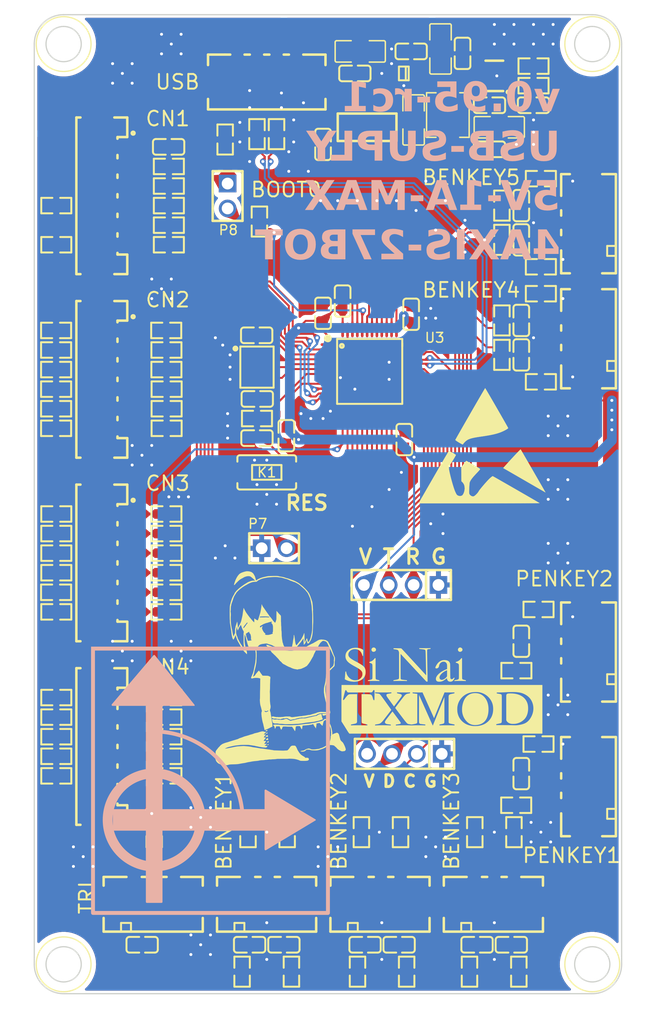
<source format=kicad_pcb>
(kicad_pcb (version 20240108) (generator "pcbnew") (generator_version "8.0")
  (layers (0 "F.Cu" signal) (31 "B.Cu" signal) (34 "B.Paste" user) (35 "F.Paste" user) (36 "B.SilkS" user "B.Silkscreen") (37 "F.SilkS" user "F.Silkscreen") (38 "B.Mask" user) (39 "F.Mask" user) (44 "Edge.Cuts" user))
  (net 0 "")
  (net 1 "GND")
  (net 2 "+3V3")
  (net 3 "+5V")
  (net 4 "Net-(U2-FB)")
  (net 5 "/电源模块/SW")
  (net 6 "Net-(U2-BS)")
  (net 7 "Net-(U3-NRST)")
  (net 8 "Net-(U3-PD0)")
  (net 9 "Net-(U3-PD1)")
  (net 10 "/BANKEY-1-1")
  (net 11 "/BANKEY-2-1")
  (net 12 "/BANKEY-3-1")
  (net 13 "/PENKEY-1-1")
  (net 14 "/PENKEY-2-1")
  (net 15 "/BANKEY-4-1")
  (net 16 "/BANKEY-5-1")
  (net 17 "/BANKEY-5-2")
  (net 18 "/BANKEY-4-2")
  (net 19 "/BANKEY-3-2")
  (net 20 "/BANKEY-2-2")
  (net 21 "/BANKEY-1-2")
  (net 22 "/RV-TERNEL")
  (net 23 "/ROW-KEY1")
  (net 24 "/TDC-RV1")
  (net 25 "/ROW-RV1")
  (net 26 "/TDC-RV2")
  (net 27 "/TDC-KEY1")
  (net 28 "/MID-KEY")
  (net 29 "/MAD-HAND")
  (net 30 "/MID-RIGHT")
  (net 31 "/MID-FORW")
  (net 32 "/MID-HAND")
  (net 33 "/MID-LEFT")
  (net 34 "/MAD-FORW")
  (net 35 "/MAD-LEFT")
  (net 36 "/BOTTOM-KEY")
  (net 37 "/PINKEY-AHEAD")
  (net 38 "/MAD-KEY")
  (net 39 "/MAD-RIGHT")
  (net 40 "/PINKEYKEYKEY-AHEAD")
  (net 41 "/PINKEY-FOWORD")
  (net 42 "/PINKEYKEY-FOWORD")
  (net 43 "/PINKEYKEY-AHEAD")
  (net 44 "/PINKEYKEYKEY-FOWORD")
  (net 45 "/中间件-输入信号整型-上下拉/ADC0")
  (net 46 "/中间件-输入信号整型-上下拉/ADC1")
  (net 47 "/中间件-输入信号整型-上下拉/ADC2")
  (net 48 "/中间件-输入信号整型-上下拉/ADC3")
  (net 49 "/中间件-输入信号整型-上下拉/KEY1")
  (net 50 "/中间件-输入信号整型-上下拉/KEY2")
  (net 51 "/中间件-输入信号整型-上下拉/KEY3")
  (net 52 "/中间件-输入信号整型-上下拉/KEY4")
  (net 53 "/中间件-输入信号整型-上下拉/KEY14")
  (net 54 "/主控板/BOOT0")
  (net 55 "/主控板/DOWM-TX")
  (net 56 "/中间件-输入信号整型-上下拉/KEY17")
  (net 57 "/中间件-输入信号整型-上下拉/KEY25")
  (net 58 "/中间件-输入信号整型-上下拉/KEY26")
  (net 59 "/中间件-输入信号整型-上下拉/KEY27")
  (net 60 "/中间件-输入信号整型-上下拉/KEY5")
  (net 61 "/中间件-输入信号整型-上下拉/KEY6")
  (net 62 "/主控板/DOWM-RX")
  (net 63 "/中间件-输入信号整型-上下拉/KEY18")
  (net 64 "/中间件-输入信号整型-上下拉/KEY19")
  (net 65 "/中间件-输入信号整型-上下拉/KEY20")
  (net 66 "/中间件-输入信号整型-上下拉/KEY21")
  (net 67 "/中间件-输入信号整型-上下拉/KEY22")
  (net 68 "/中间件-输入信号整型-上下拉/KEY23")
  (net 69 "/中间件-输入信号整型-上下拉/KEY24")
  (net 70 "/中间件-输入信号整型-上下拉/KEY8")
  (net 71 "/中间件-输入信号整型-上下拉/KEY9")
  (net 72 "/中间件-输入信号整型-上下拉/KEY10")
  (net 73 "/中间件-输入信号整型-上下拉/KEY11")
  (net 74 "/中间件-输入信号整型-上下拉/KEY12")
  (net 75 "/中间件-输入信号整型-上下拉/KEY13")
  (net 76 "/主控板/USB-D+")
  (net 77 "/主控板/USB-D-")
  (net 78 "/主控板/USBTOU-D-")
  (net 79 "/主控板/USBTOU-D+")
  (net 82 "/主控板/BOOT1")
  (net 83 "/主控板/SYS-SWCLK")
  (net 84 "/主控板/SYS-SWDIO")
  (footprint "self-mod:0603_R" (layer "F.Cu") (at 122 101)
    (property "Reference" "R52" (hide yes))
    (property "Value" "10K" (hide yes))
  )
  (footprint "self-mod:0603_R" (layer "F.Cu") (at 167.522712 74.745972 -90)
    (property "Reference" "R8" (hide yes))
    (property "Value" "22R" (hide yes))
  )
  (footprint "self-mod:0603_C" (layer "F.Cu") (at 151.25 69.25 90)
    (property "Reference" "C32" (hide yes))
    (property "Value" "100nf/50V" (hide yes))
  )
  (footprint "self-mod:0603_C" (layer "F.Cu") (at 169.5 63 90)
    (property "Reference" "C12" (hide yes))
    (property "Value" "100nf/50V" (hide yes))
  )
  (footprint "self-connecte:2.54PIN-4P" (layer "F.Cu") (at 157.56 115.5 180)
    (property "Reference" "P9" (hide yes))
    (property "Value" "XH2.54-1*7P" (hide yes))
  )
  (footprint "self-mod:logo-mengniangxiaoyugan-test" (layer "F.Cu") (at 124.093755 106.491858)
    (property "Reference" "G***" (hide yes))
    (property "Value" "LOGO" (hide yes))
  )
  (footprint "self-mod:0603_R" (layer "F.Cu") (at 121.98 72.25)
    (property "Reference" "R48" (hide yes))
    (property "Value" "10K" (hide yes))
  )
  (footprint "self-mod:0603_R" (layer "F.Cu") (at 133.5 63.5 180)
    (property "Reference" "R41" (hide yes))
    (property "Value" "22R" (hide yes))
  )
  (footprint "lc_lib:SOD-123" (layer "F.Cu") (at 157.5 46 180)
    (property "Reference" "D1" (hide yes))
    (property "Value" "SMF6.5CA")
  )
  (footprint "self-mod:0603_C" (layer "F.Cu") (at 157.55 83.4 -90)
    (property "Reference" "C30" (hide yes))
    (property "Value" "100nf/50V" (hide yes))
  )
  (footprint "self-mod:0603_C" (layer "F.Cu") (at 145.5 83 -90)
    (property "Reference" "C29" (hide yes))
    (property "Value" "10uf/10V" (hide yes))
  )
  (footprint "self-mod:0603_R" (layer "F.Cu") (at 167.52 71.23 90)
    (property "Reference" "R9" (hide yes))
    (property "Value" "22R" (hide yes))
  )
  (footprint "self-mod:TACTILE_SWITCH_SMD_6.0X3.5MM" (layer "F.Cu") (at 143.5 86.75 180)
    (property "Reference" "K1")
    (property "Value" "bottom" (hide yes))
  )
  (footprint "self-mod:0603_C" (layer "F.Cu") (at 170.75 49.25 180)
    (property "Reference" "C18" (hide yes))
    (property "Value" "100nf/50V" (hide yes))
  )
  (footprint "self-mod:0603_R" (layer "F.Cu") (at 142.75 61.13 90)
    (property "Reference" "R73" (hide yes))
    (property "Value" "10K" (hide yes))
  )
  (footprint "self-mod:0603_R" (layer "F.Cu") (at 142.5 81.25)
    (property "Reference" "R5" (hide yes))
    (property "Value" "10K" (hide yes))
  )
  (footprint "self-mod:0603_R" (layer "F.Cu") (at 133.5 61.5)
    (property "Reference" "R28" (hide yes))
    (property "Value" "22R" (hide yes))
  )
  (footprint "self-mod:0603_R" (layer "F.Cu") (at 122 95)
    (property "Reference" "R33" (hide yes))
    (property "Value" "10K" (hide yes))
  )
  (footprint "self-mod:1206_C" (layer "F.Cu") (at 158.5 50.75 90)
    (property "Reference" "C20" (hide yes))
    (property "Value" "47uf/50V" (hide yes))
  )
  (footprint "self-mod:0603_R" (layer "F.Cu") (at 168.75 123.5 -90)
    (property "Reference" "R20" (hide yes))
    (property "Value" "22R" (hide yes))
  )
  (footprint "self-mod:0603_R" (layer "F.Cu") (at 122 113.75)
    (property "Reference" "R63" (hide yes))
    (property "Value" "10K" (hide yes))
  )
  (footprint "self-mod:0603_R" (layer "F.Cu") (at 133.25 76.25 180)
    (property "Reference" "R53" (hide yes))
    (property "Value" "22R" (hide yes))
  )
  (footprint "self-mod:0603_R" (layer "F.Cu") (at 141.583333 123.5 -90)
    (property "Reference" "R15" (hide yes))
    (property "Value" "22R" (hide yes))
  )
  (footprint "self-mod:0603_R" (layer "F.Cu") (at 157.166666 123.5 -90)
    (property "Reference" "R18" (hide yes))
    (property "Value" "22R" (hide yes))
  )
  (footprint "self-mod:0603_C" (layer "F.Cu") (at 164.98 135)
    (property "Reference" "C8" (hide yes))
    (property "Value" "100nf/50V" (hide yes))
  )
  (footprint "self-mod:1206_C" (layer "F.Cu") (at 153.05 43.75)
    (property "Reference" "C16" (hide yes))
    (property "Value" "47uf/50V" (hide yes))
  )
  (footprint "self-connecte:CONN-SMD_6P-P2.00_SHOU_2.0-6PLTDK" (layer "F.Cu") (at 127.475 96.0001 -90)
    (property "Reference" "P3" (hide yes))
    (property "Value" "PH2.0-6P-LT" (hide yes))
  )
  (footprint "self-mod:0603_R" (layer "F.Cu") (at 171.260594 100.75 180)
    (property "Reference" "R38" (hide yes))
    (property "Value" "10K" (hide yes))
  )
  (footprint "self-mod:0603_R" (layer "F.Cu") (at 152.77 137.75 90)
    (property "Reference" "R24" (hide yes))
    (property "Value" "10K" (hide yes))
  )
  (footprint "self-mod:0603_R" (layer "F.Cu") (at 133.27 95 180)
    (property "Reference" "R31" (hide yes))
    (property "Value" "22R" (hide yes))
  )
  (footprint "self-mod:1206_C" (layer "F.Cu") (at 161.25 43.5 90)
    (property "Reference" "C24" (hide yes))
    (property "Value" "47uf/50V" (hide yes))
  )
  (footprint "self-mod:0603_R" (layer "F.Cu") (at 153.166666 123.5 -90)
    (property "Reference" "R17" (hide yes))
    (property "Value" "22R" (hide yes))
  )
  (footprint "self-mod:0603_R" (layer "F.Cu") (at 169 107)
    (property "Reference" "R35" (hide yes))
    (property "Value" "22R" (hide yes))
  )
  (footprint "self-mod:OSC-SMD_4P-L3.2-W2.5-BL" (layer "F.Cu") (at 142.5 76 -90)
    (property "Reference" "X1" (hide yes))
    (property "Value" "3225-8Mhz" (hide yes))
  )
  (footprint "self-mod:0603_C" (layer "F.Cu") (at 152.5 46)
    (property "Reference" "C19" (hide yes))
    (property "Value" "100nf/50V" (hide yes))
  )
  (footprint "self-mod:0603_R" (layer "F.Cu") (at 122 93)
    (property "Reference" "R32" (hide yes))
    (property "Value" "10K" (hide yes))
  )
  (footprint "self-mod:0603_R" (layer "F.Cu") (at 142.5 52.2 -90)
    (property "Reference" "R4" (hide yes))
    (property "Value" "22R" (hide yes))
  )
  (footprint "self-mod:0603_C" (layer "F.Cu") (at 169.5 71.23 -90)
    (property "Reference" "C5" (hide yes))
    (property "Value" "100nf/50V" (hide yes))
  )
  (footprint "self-connecte:CONN-SMD_6P-P2.00_SHOU_2.0-6PLTDK" (layer "F.Cu") (at 127.475 58.5001 -90)
    (property "Reference" "P1" (hide yes))
    (property "Value" "PH2.0-6P-LT" (hide yes))
  )
  (footprint "self-mod:0603_R" (layer "F.Cu") (at 122 115.75)
    (property "Reference" "R69" (hide yes))
    (property "Value" "10K" (hide yes))
  )
  (footprint "self-mod:0603_R" (layer "F.Cu") (at 122 97)
    (property "Reference" "R39" (hide yes))
    (property "Value" "10K" (hide yes))
  )
  (footprint "self-mod:0603_R" (layer "F.Cu") (at 121.98 82.25)
    (property "Reference" "R11" (hide yes))
    (property "Value" "10K" (hide yes))
  )
  (footprint "self-connecte:2.54PIN-2P" (layer "F.Cu") (at 139.5 58.52 -90)
    (property "Reference" "P8")
    (property "Value" "XH2.54-1*7P" (hide yes))
  )
  (footprint "self-mod:0603_R" (layer "F.Cu") (at 133.25 101 180)
    (property "Reference" "R50" (hide yes))
    (property "Value" "22R" (hide yes))
  )
  (footprint "self-mod:0603_C" (layer "F.Cu") (at 166.25 53.75)
    (property "Reference" "C17" (hide yes))
    (property "Value" "100nf/50V" (hide yes))
  )
  (footprint "self-mod:0603_R" (layer "F.Cu") (at 121.98 74.25)
    (property "Reference" "R49" (hide yes))
    (property "Value" "10K" (hide yes))
  )
  (footprint "self-mod:0603_R" (layer "F.Cu") (at 133.27 82.25 180)
    (property "Reference" "R6" (hide yes))
    (property "Value" "22R" (hide yes))
  )
  (footprint "self-mod:0603_C" (layer "F.Cu") (at 157.02 135 180)
    (property "Reference" "C3" (hide yes))
    (property "Value" "100nf/50V" (hide yes))
  )
  (footprint "self-connecte:CONN-SMD_3P-P2.00_PH2.0-LT-3P" (layer "F.Cu") (at 155.166666 129.5)
    (property "Reference" "J3" (hide yes))
    (property "Value" "PH2.0-LS-3P" (hide yes))
  )
  (footprint "self-connecte:CONN-SMD_3P-P2.00_PH2.0-LT-3P" (layer "F.Cu") (at 132 129.5)
    (property "Reference" "J1" (hide yes))
    (property "Value" "PH2.0-LS-3P" (hide yes))
  )
  (footprint "self-mod:SOT-223" (layer "F.Cu") (at 153.75 51.5 90)
    (property "Reference" "U1" (hide yes))
    (property "Value" "AMS1117" (hide yes))
  )
  (footprint "self-mod:0603_C" (layer "F.Cu") (at 158.25 70.6 90)
    (property "Reference" "C33" (hide yes))
    (property "Value" "4.7uf/16V" (hide yes))
  )
  (footprint "self-mod:0603_C" (layer "F.Cu") (at 168.48 135 180)
    (property "Reference" "C4" (hide yes))
    (property "Value" "100nf/50V" (hide yes))
  )
  (footprint "self-mod:0603_R" (layer "F.Cu") (at 169.25 137.75 90)
    (property "Reference" "R27" (hide yes))
    (property "Value" "10K" (hide yes))
  )
  (footprint "self-mod:0603_R" (layer "F.Cu") (at 171.5 68.5 180)
    (property "Reference" "R14" (hide yes))
    (property "Value" "10K" (hide yes))
  )
  (footprint "self-mod:0603_R" (layer "F.Cu") (at 133.27 78.25 180)
    (property "Reference" "R54" (hide yes))
    (property "Value" "22R" (hide yes))
  )
  (footprint "self-mod:0603_R" (layer "F.Cu") (at 164.75 123.5 -90)
    (property "Reference" "R19" (hide yes))
    (property "Value" "22R" (hide yes))
  )
  (footprint "self-mod:0603_C" (layer "F.Cu") (at 142.53 79.25 180)
    (property "Reference" "C28" (hide yes))
    (property "Value" "22pf/50V" (hide yes))
  )
  (footprint "self-mod:0603_C" (layer "F.Cu") (at 169.5 104 -90)
    (property "Reference" "C10" (hide yes))
    (property "Value" "100nf/50V" (hide yes))
  )
  (footprint "self-mod:IND-SMD_L4.4-W4.2" (layer "F.Cu") (at 162 50.25 -90)
    (property "Reference" "L1" (hide yes))
    (property "Value" "6.8uh/2.5A" (hide yes))
  )
  (footprint "self-connecte:CONN-SMD_3P-P2.00_PH2.0-LT-3P" (layer "F.Cu") (at 166.75 129.5)
    (property "Reference" "J4" (hide yes))
    (property "Value" "PH2.0-LS-3P" (hide yes))
  )
  (footprint "self-mod:0603_R" (layer "F.Cu") (at 122 91)
    (property "Reference" "R12" (hide yes))
    (property "Value" "10K" (hide yes))
  )
  (footprint "self-mod:0603_R" (layer "F.Cu") (at 133.27 80.25 180)
    (property "Reference" "R58" (hide yes))
    (property "Value" "22R" (hide yes))
  )
  (footprint "self-mod:0603_R" (layer "F.Cu") (at 121.98 76.25)
    (property "Reference" "R56" (hide yes))
    (property "Value" "10K" (hide yes))
  )
  (footprint "self-connecte:CONN-SMD_3P-P2.00_PH2.0-LT-3P" (layer "F.Cu") (at 175 118.75 90)
    (property "Reference" "J5" (hide yes))
    (property "Value" "PH2.0-LS-3P" (hide yes))
  )
  (footprint "self-mod:0603_R" (layer "F.Cu") (at 133.25 115.75 180)
    (property "Reference" "R68" (hide yes))
    (property "Value" "22R" (hide yes))
  )
  (footprint "self-connecte:CONN-SMD_3P-P2.00_PH2.0-LT-3P" (layer "F.Cu") (at 175 73 90)
    (property "Reference" "J7" (hide yes))
    (property "Value" "PH2.0-LS-3P" (hide yes))
  )
  (footprint "self-mod:1206_C" (layer "F.Cu") (at 167.25 51.5)
    (property "Reference" "C15" (hide yes))
    (property "Value" "47uf/50V" (hide yes))
  )
  (footprint "self-mod:0603_R" (layer "F.Cu") (at 144.5 52.2 -90)
    (property "Reference" "R3" (hide yes))
    (property "Value" "22R" (hide yes))
  )
  (footprint "self-mod:0603_R" (layer "F.Cu") (at 170.75 47.25)
    (property "Reference" "R1" (hide yes))
    (property "Value" "100K" (hide yes))
  )
  (footprint "self-mod:0603_R" (layer "F.Cu") (at 133.5 57.5)
    (property "Reference" "R21" (hide yes))
    (property "Value" "22R" (hide yes))
  )
  (footprint "self-mod:0603_R" (layer "F.Cu") (at 171.5 56.75 180)
    (property "Reference" "R67" (hide yes))
    (property "Value" "10K" (hide yes))
  )
  (footprint "self-mod:0603_R" (layer "F.Cu") (at 133.25 99 180)
    (property "Reference" "R44" (hide yes))
    (property "Value" "22R" (hide yes))
  )
  (footprint "self-mod:0603_R" (layer "F.Cu") (at 171.5 77.5 180)
    (property "Reference" "R13" (hide yes))
    (property "Value" "10K" (hide yes))
  )
  (footprint "self-mod:0603_R" (layer "F.Cu") (at 122 63.5)
    (property "Reference" "R43" (hide yes))
    (property "Value" "10K" (hide yes))
  )
  (footprint "self-mod:0603_R" (layer "F.Cu") (at 167.52 63 -90)
    (property "Reference" "R64" (hide yes))
    (property "Value" "22R" (hide yes))
  )
  (footprint "self-mod:0603_R" (layer "F.Cu") (at 171.260594 114.5 180)
    (property "Reference" "R37" (hide yes))
    (property "Value" "10K" (hide yes))
  )
  (footprint "self-mod:SOT-23-6_L2.9-W1.6-P0.95-LS2.8-BR" (layer "F.Cu") (at 166.75 46.25)
    (property "Reference" "U2" (hide yes))
    (property "Value" "MT2492" (hide yes))
  )
  (footprint "self-mod:0603_R" (layer "F.Cu") (at 122 111.75)
    (property "Reference" "R62" (hide yes))
    (property "Value" "10K" (hide yes))
  )
  (footprint "self-mod:0603_C" (layer "F.Cu") (at 169.5 117.52 -90)
    (property "Reference" "C9" (hide yes))
    (property "Value" "100nf/50V" (hide yes))
  )
  (footprint "self-mod:0603_R" (layer "F.Cu") (at 132 123.5 90)
    (property "Reference" "R29" (hide yes))
    (property "Value" "22R" (hide yes))
  )
  (footprint "self-mod:0603_C" (layer "F.Cu") (at 166.25 49.25 180)
    (property "Reference" "C21" (hide yes))
    (property "Value" "100nf/50V" (hide yes))
  )
  (footprint "self-mod:0603_R" (layer "F.Cu") (at 121.98 80.25)
    (property "Reference" "R61" (hide yes))
    (property "Value" "10K" (hide yes))
  )
  (footprint "self-mod:0603_C" (layer "F.Cu") (at 169.5 74.75 90)
    (property "Reference" "C11" (hide yes))
    (property "Value" "100nf/50V" (hide yes))
  )
  (footprint "self-mod:0603_R" (layer "F.Cu") (at 171.5 65.75 180)
    (property "Reference" "R65" (hide yes))
    (property "Value" "10K" (hide yes))
  )
  (footprint "self-mod:0603_C" (layer "F.Cu") (at 145.25 135 180)
    (property "Reference" "C2" (hide yes))
    (property "Value" "100nf/50V" (hide yes))
  )
  (footprint "self-mod:0603_R" (layer "F.Cu") (at 140.98 137.75 90)
    (property "Reference" "R22" (hide yes))
    (property "Value" "10K" (hide yes))
  )
  (footprint "self-connecte:CONN-SMD_3P-P2.00_PH2.0-LT-3P" (layer "F.Cu") (at 175 105 90)
    (property "Reference" "J6" (hide yes))
    (property "Value" "PH2.0-LS-3P" (hide yes))
  )
  (footprint "self-mod:0603_R" (layer "F.Cu") (at 122 117.75)
    (property "Reference" "R71" (hide yes))
    (property "Value" "10K" (hide yes))
  )
  (footprint "self-mod:0603_R" (layer "F.Cu") (at 133.25 91 180)
    (property "Reference" "R7" (hide yes))
    (property "Value" "22R" (hide yes))
  )
  (footprint "self-mod:0603_C" (layer "F.Cu") (at 158.25 43.75)
    (property "Reference" "C25" (hide yes))
    (property "Value" "100nf/50V" (hide yes))
  )
  (footprint "Symbol:ESD-Logo_13.2x12mm_SilkScreen" (layer "F.Cu") (at 165.5 84)
    (property "Reference" "REF**" (hide yes))
    (property "Value" "ESD-Logo_13.2x12mm_SilkScreen" (hide yes))
  )
  (footprint "self-mod:0603_R" (layer "F.Cu") (at 164.21 137.75 90)
    (property "Reference" "R26" (hide yes))
    (property "Value" "10K" (hide yes))
  )
  (footprint "self-mod:0603_R" (layer "F.Cu") (at 133.25 97 180)
    (property "Reference" "R36" (hide yes))
    (property "Value" "22R" (hide yes))
  )
  (footprint "self-connecte:CONN-SMD_6P-P2.00_SHOU_2.0-6PLTDK" (layer "F.Cu") (at 127.475 114.7501 -90)
    (property "Reference" "P4" (hide yes))
    (property "Value" "PH2.0-6P-LT" (hide yes))
  )
  (footprint "self-connecte:CONN-SMD_6P-P2.00_SHOU_2.0-6PLTDK" (layer "F.Cu") (at 127.475 77.2501 -90)
    (property "Reference" "P2" (hide yes))
    (property "Value" "PH2.0-6P-LT" (hide yes))
  )
  (footprint "self-connecte:CONN-SMD_3P-P2.00_PH2.0-LT-3P" (layer "F.Cu") (at 143.583333 129.5)
    (property "Reference" "J2" (hide yes))
    (property "Value" "PH2.0-LS-3P" (hide yes))
  )
  (footprint "self-mod:0603_R" (layer "F.Cu") (at 121.98 78.25)
    (property "Reference" "R57" (hide yes))
    (property "Value" "10K" (hide yes))
  )
  (footprint "self-mod:0603_R" (layer "F.Cu") (at 122 109.75)
    (property "Reference" "R55" (hide yes))
    (property "Value" "10K" (hide yes))
  )
  (footprint "self-mod:0603_C" (layer "F.Cu") (at 141.75 135)
    (property "Reference" "C6" (hide yes))
    (property "Value" "100nf/50V" (hide yes))
  )
  (footprint "self-connecte:CONN-SMD_PH2.0-4P-LT" (layer "F.Cu") (at 143.5 45.0635)
    (property "Reference" "P5" (hide yes))
    (property "Value" "PH2.0-4P" (hide yes))
  )
  (footprint "self-mod:0603_R" (layer "F.Cu") (at 133.23 72.25 180)
    (property "Reference" "R46" (hide yes))
    (property "Value" "22R" (hide yes))
  )
  (footprint "self-mod:0603_R" (layer "F.Cu") (at 170.75 45.25 180)
    (property "Reference" "R2" (hide yes))
    (property "Value" "22K" (hide yes))
  )
  (footprint "self-mod:0603_C" (layer "F.Cu") (at 163.5 43.95 90)
    (property "Reference" "C23" (hide yes))
    (property "Value" "100nf/50V" (hide yes))
  )
  (footprint "self-mod:0603_C" (layer "F.Cu") (at 130.77 135)
    (property "Reference" "C1" (hide yes))
    (property "Value" "100nf/50V" (hide yes))
  )
  (footprint "self-mod:0603_R" (layer "F.Cu") (at 133.25 111.75 180)
    (property "Reference" "R59" (hide yes))
    (property "Value" "22R" (hide yes))
  )
  (footprint "self-mod:0603_C" (layer "F.Cu") (at 149.25 70.5 90)
    (property "Reference" "C31" (hide yes))
    (property "Value" "100nf/50V" (hide yes))
  )
  (footprint "self-mod:0603_R" (layer "F.Cu") (at 133.5 59.5 180)
    (property "Reference" "R40" (hide yes))
    (property "Value" "22R" (hide yes))
  )
  (footprint "self-mod:0603_C" (layer "F.Cu") (at 153.54 135)
    (property "Reference" "C7" (hide yes))
    (property "Value" "100nf/50V" (hide yes))
  )
  (footprint "self-mod:0603_R" (layer "F.Cu") (at 133.25 113.75 180)
    (property "Reference" "R60" (hide yes))
    (property "Value" "22R" (hide yes))
  )
  (footprint "self-mod:LQFP-48" (layer "F.Cu") (at 154 76.45 -90)
    (property "Reference" "U3")
    (property "Value" "STM32F103C8T6" (hide yes))
  )
  (footprint "self-mod:0603_C" (layer "F.Cu") (at 133.475 53.5001)
    (property "Reference" "C14" (hide yes))
    (property "Value" "100nf/50V" (hide yes))
  )
  (footprint "self-connecte:2.54PIN-2P" (layer "F.Cu") (at 144.25 94.5)
    (property "Reference" "P7")
    (property "Value" "XH2.54-1*7P" (hide yes))
  )
  (footprint "self-mod:0603_R" (layer "F.Cu") (at 167.52 59.5 90)
    (property "Reference" "R66" (hide yes))
    (property "Value" "22R" (hide yes))
  )
  (footprint "self-connecte:2.54PIN-4P" (layer "F.Cu") (at 157.23 98.25 180)
    (property "Reference" "P6" (hide yes))
    (property "Value" "XH2.54-1*7P" (hide yes))
  )
  (footprint "self-mod:0603_R" (layer "F.Cu") (at 121.98 99)
    (property "Reference" "R45" (hide yes))
    (property "Value" "10K" (hide yes))
  )
  (footprint "self-mod:0603_R" (layer "F.Cu") (at 122 59.5)
    (property "Reference" "R42" (hide yes))
    (property "Value" "10K" (hide yes))
  )
  (footprint "self-mod:0603_R" (layer "F.Cu") (at 133.25 109.75 180)
    (property "Reference" "R51" (hide yes))
    (property "Value" "22R" (hide yes))
  )
  (footprint "self-mod:0603_R" (layer "F.Cu") (at 133.25 117.75 180)
    (property "Reference" "R70" (hide yes))
    (property "Value" "22R" (hide yes))
  )
  (footprint "self-mod:0603_R" (layer "F.Cu") (at 168.98 120.75)
    (property "Reference" "R34" (hide yes))
    (property "Value" "22R" (hide yes))
  )
  (footprint "self-mod:0603_R" (layer "F.Cu") (at 133.25 93 180)
    (property "Reference" "R30" (hide yes))
    (property "Value" "22R" (hide yes))
  )
  (footprint "self-mod:0603_C" (layer "F.Cu") (at 169.5 59.5 -90)
    (property "Reference" "C13" (hide yes))
    (property "Value" "100nf/50V" (hide yes))
  )
  (footprint "self-mod:0603_R" (layer "F.Cu") (at 146.02 137.75 90)
    (property "Reference" "R23" (hide yes))
    (property "Value" "10K" (hide yes))
  )
  (footprint "self-mod:0603_C" (layer "F.Cu") (at 142.47 72.75)
    (property "Reference" "C27" (hide yes))
    (property "Value" "22pf/50V" (hide yes))
  )
  (footprint "self-mod:0603_R" (layer "F.Cu") (at 133.25 74.25 180)
    (property "Reference" "R47" (hide yes))
    (property "Value" "22R" (hide yes))
  )
  (footprint "self-mod:0603_R" (layer "F.Cu") (at 157.79 137.75 90)
    (property "Reference" "R25" (hide yes))
    (property "Value" "10K" (hide yes))
  )
  (footprint "self-connecte:CONN-SMD_3P-P2.00_PH2.0-LT-3P" (layer "F.Cu") (at 175 61.25 90)
    (property "Reference" "J8" (hide yes))
    (property "Value" "PH2.0-LS-3P" (hide yes))
  )
  (footprint "self-mod:0603_C" (layer "F.Cu") (at 149.25 53.25 90)
    (property "Reference" "C22" (hide yes))
    (property "Value" "100nf/50V" (hide yes))
  )
  (footprint "self-mod:0603_C" (layer "F.Cu") (at 142.5 83.25 180)
    (property "Reference" "C26" (hide yes))
    (property "Value" "100nf/50V" (hide yes))
  )
  (footprint "self-mod:0603_R" (layer "F.Cu") (at 133.5 55.5)
    (property "Reference" "R10" (hide yes))
    (property "Value" "22R" (hide yes))
  )
  (footprint "self-mod:0603_R" (layer "F.Cu") (at 145.583333 123.5 -90)
    (property "Reference" "R16" (hide yes))
    (property "Value" "22R" (hide yes))
  )
  (footprint "self-mod:0603_R" (layer "F.Cu") (at 139.25 52.75 -90)
    (property "Reference" "R72" (hide yes))
    (property "Value" "1.5K" (hide yes))
  )
  (gr_rect (start 125.75 104.75) (end 149.75 131.75) (stroke (width 0.4)) (fill none) (layer "B.SilkS"))
  (gr_arc (start 132.040628 113.218896) (mid 138.414683 115.892773) (end 141.031104 122.290628) (stroke (width 0.4)) (layer "B.SilkS"))
  (gr_rect (start 127.875 121.25) (end 143.375 123.25) (stroke (width 0.2)) (fill solid) (layer "B.SilkS"))
  (gr_poly (pts (xy 127.75 110.5) (xy 136 110.5) (xy 132 105.5)) (stroke (width 0.2)) (fill solid) (layer "B.SilkS"))
  (gr_circle (center 132 122.25) (end 136.75 122.5) (stroke (width 1)) (fill none) (layer "B.SilkS"))
  (gr_rect (start 131.25 109.375) (end 132.75 130.625) (stroke (width 0.2)) (fill solid) (layer "B.SilkS"))
  (gr_poly (pts (xy 143.375 119.25) (xy 143.375 125.25) (xy 148.375 122.25)) (stroke (width 0.2)) (fill solid) (layer "B.SilkS"))
  (gr_circle (center 122.75 43) (end 125.55 43) (stroke (width 0.13)) (fill none) (layer "F.SilkS"))
  (gr_circle (center 122.75 137) (end 125.55 137) (stroke (width 0.13)) (fill none) (layer "F.SilkS"))
  (gr_circle (center 176.75 43) (end 179.55 43) (stroke (width 0.13)) (fill none) (layer "F.SilkS"))
  (gr_circle (center 176.75 137) (end 179.55 137) (stroke (width 0.13)) (fill none) (layer "F.SilkS"))
  (gr_line (start 122.750001 139.999999) (end 176.749999 139.999999) (stroke (width 0.13)) (layer "Edge.Cuts"))
  (gr_arc (start 176.749999 39.999999) (mid 178.871321 40.878679) (end 179.75 43) (stroke (width 0.13)) (layer "Edge.Cuts"))
  (gr_line (start 119.75 43) (end 119.75 136.999998) (stroke (width 0.13)) (layer "Edge.Cuts"))
  (gr_arc (start 122.750001 139.999999) (mid 120.62868 139.121319) (end 119.75 136.999998) (stroke (width 0.13)) (layer "Edge.Cuts"))
  (gr_line (start 176.749999 39.999999) (end 122.750001 39.999999) (stroke (width 0.13)) (layer "Edge.Cuts"))
  (gr_arc (start 179.75 136.999998) (mid 178.871321 139.12132) (end 176.749999 139.999999) (stroke (width 0.13)) (layer "Edge.Cuts"))
  (gr_arc (start 119.75 43) (mid 120.62868 40.878679) (end 122.750001 39.999999) (stroke (width 0.13)) (layer "Edge.Cuts"))
  (gr_circle (center 122.75 136.999999) (end 124.55 136.999999) (stroke (width 0.13)) (fill none) (layer "Edge.Cuts"))
  (gr_circle (center 176.75 136.999999) (end 178.55 136.999999) (stroke (width 0.13)) (fill none) (layer "Edge.Cuts"))
  (gr_circle (center 176.75 42.999999) (end 178.55 42.999999) (stroke (width 0.13)) (fill none) (layer "Edge.Cuts"))
  (gr_circle (center 122.75 42.999999) (end 124.55 42.999999) (stroke (width 0.13)) (fill none) (layer "Edge.Cuts"))
  (gr_line (start 179.75 136.999998) (end 179.75 43) (stroke (width 0.13)) (layer "Edge.Cuts"))
  (gr_text "v0.95-rc1\nUSB-SUPLY\n5V-1A-MAX\n4AXIS-27BOT" (at 173.5 65.5 0) (layer "B.SilkS") (effects (font (size 3 3) (thickness 0.3) (bold yes)) (justify left bottom mirror)))
  (gr_text "BENKEY3" (at 163.25 127.5 90) (layer "F.SilkS") (effects (font (size 1.5 1.5) (thickness 0.2)) (justify left bottom)))
  (gr_text "PENKEY2" (at 168.75 98.5 0) (layer "F.SilkS") (effects (font (size 1.5 1.5) (thickness 0.2)) (justify left bottom)))
  (gr_text "BENKEY5" (at 159.25 57.5 0) (layer "F.SilkS") (effects (font (size 1.5 1.5) (thickness 0.2)) (justify left bottom)))
  (gr_text "PENKEY1" (at 169.5 126.75 0) (layer "F.SilkS") (effects (font (size 1.5 1.5) (thickness 0.2)) (justify left bottom)))
  (gr_text "BOOT0" (at 141.75 58.75 0) (layer "F.SilkS") (effects (font (size 1.5 1.5) (thickness 0.2)) (justify left bottom)))
  (gr_text "V D C G" (at 153.25 119 0) (layer "F.SilkS") (effects (font (size 1.2 1.2) (thickness 0.3) (bold yes)) (justify left bottom)))
  (gr_text "BENKEY2" (at 151.75 127.5 90) (layer "F.SilkS") (effects (font (size 1.5 1.5) (thickness 0.2)) (justify left bottom)))
  (gr_text "CN4" (at 131 107.5 0) (layer "F.SilkS") (effects (font (size 1.5 1.5) (thickness 0.2)) (justify left bottom)))
  (gr_text "TRL" (at 126 132 90) (layer "F.SilkS") (effects (font (size 1.5 1.5) (thickness 0.2)) (justify left bottom)))
  (gr_text "BENKEY4" (at 159.25 69 0) (layer "F.SilkS") (effects (font (size 1.5 1.5) (thickness 0.2)) (justify left bottom)))
  (gr_text "BENKEY1" (at 140 127.5 90) (layer "F.SilkS") (effects (font (size 1.5 1.5) (thickness 0.2)) (justify left bottom)))
  (gr_text "V T R G" (at 152.75 96.25 0) (layer "F.SilkS") (effects (font (size 1.5 1.5) (thickness 0.3) (bold yes)) (justify left bottom)))
  (gr_text "USB" (at 132 47.75 0) (layer "F.SilkS") (effects (font (size 1.5 1.5) (thickness 0.2)) (justify left bottom)))
  (gr_text "CN3" (at 131 88.75 0) (layer "F.SilkS") (effects (font (size 1.5 1.5) (thickness 0.2)) (justify left bottom)))
  (gr_text "CN2" (at 131 70 0) (layer "F.SilkS") (effects (font (size 1.5 1.5) (thickness 0.2)) (justify left bottom)))
  (gr_text "CN1" (at 131 51.5 0) (layer "F.SilkS") (effects (font (size 1.5 1.5) (thickness 0.2)) (justify left bottom)))
  (gr_text "RES" (at 145.25 90.75 0) (layer "F.SilkS") (effects (font (size 1.5 1.5) (thickness 0.3) (bold yes)) (justify left bottom)))
  (segment (start 159.3 74.2) (end 159.75 73.75) (width 0.2) (layer "F.Cu") (net 1))
  (segment (start 149.75 77.2) (end 150.90147 77.2) (width 0.2) (layer "F.Cu") (net 1))
  (segment (start 156.25 80.7) (end 156.25 82.87) (width 0.2) (layer "F.Cu") (net 1))
  (segment (start 159.75 73.75) (end 159.75 71) (width 0.2) (layer "F.Cu") (net 1))
  (segment (start 151.75 72.2) (end 151.75 76.35147) (width 0.2) (layer "F.Cu") (net 1))
  (segment (start 156.25 80.7) (end 156.25 79.75) (width 0.2) (layer "F.Cu") (net 1))
  (segment (start 153.575735 77.075735) (end 151.025735 77.075735) (width 0.2) (layer "F.Cu") (net 1))
  (segment (start 150.90147 77.2) (end 151.025735 77.075735) (width 0.2) (layer "F.Cu") (net 1))
  (segment (start 156.25 79.75) (end 153.575735 77.075735) (width 0.2) (layer "F.Cu") (net 1))
  (segment (start 156.25 82.87) (end 157.55 84.17) (width 0.2) (layer "F.Cu") (net 1))
  (segment (start 151.75 76.35147) (end 151.025735 77.075735) (width 0.2) (layer "F.Cu") (net 1))
  (segment (start 158.25 74.2) (end 159.3 74.2) (width 0.2) (layer "F.Cu") (net 1))
  (via (at 123.75 127) (size 0.6) (drill 0.3) (layers "F.Cu" "B.Cu") (net 1))
  (via (at 156.25 45) (size 0.6) (drill 0.3) (layers "F.Cu" "B.Cu") (net 1))
  (via (at 174.25 94) (size 0.6) (drill 0.3) (layers "F.Cu" "B.Cu") (net 1))
  (via (at 174.25 111.5) (size 0.6) (drill 0.3) (layers "F.Cu" "B.Cu") (net 1))
  (via (at 152.5 78.25) (size 0.6) (drill 0.3) (layers "F.Cu" "B.Cu") (net 1))
  (via (at 131.75 86) (size 0.6) (drill 0.3) (layers "F.Cu" "B.Cu") (net 1))
  (via (at 165.75 63) (size 0.6) (drill 0.3) (layers "F.Cu" "B.Cu") (net 1))
  (via (at 171.75 42) (size 0.6) (drill 0.3) (layers "F.Cu" "B.Cu") (net 1))
  (via (at 139.75 76) (size 0.6) (drill 0.3) (layers "F.Cu" "B.Cu") (net 1))
  (via (at 166.75 123.5) (size 0.6) (drill 0.3) (layers "F.Cu" "B.Cu") (net 1))
  (via (at 137.75 123) (size 0.6) (drill 0.3) (layers "F.Cu" "B.Cu") (net 1))
  (via (at 161.75 126) (size 0.6) (drill 0.3) (layers "F.Cu" "B.Cu") (net 1))
  (via (at 139.5 83.25) (size 0.6) (drill 0.3) (layers "F.Cu" "B.Cu") (net 1))
  (via (at 127.75 106) (size 0.6) (drill 0.3) (layers "F.Cu" "B.Cu") (net 1))
  (via (at 147.75 56) (size 0.6) (drill 0.3) (layers "F.Cu" "B.Cu") (net 1))
  (via (at 160.25 92) (size 0.6) (drill 0.3) (layers "F.Cu" "B.Cu") (net 1))
  (via (at 154.25 90.25) (size 0.6) (drill 0.3) (layers "F.Cu" "B.Cu") (net 1))
  (via (at 129.75 104) (size 0.6) (drill 0.3) (layers "F.Cu" "B.Cu") (net 1))
  (via (at 150.75 125) (size 0.6) (drill 0.3) (layers "F.Cu" "B.Cu") (net 1))
  (via (at 133.75 104) (size 0.6) (drill 0.3) (layers "F.Cu" "B.Cu") (net 1))
  (via (at 149 59) (size 0.6) (drill 0.3) (layers "F.Cu" "B.Cu") (net 1))
  (via (at 141.75 49.5) (size 0.6) (drill 0.3) (layers "F.Cu" "B.Cu") (net 1))
  (via (at 172.25 96) (size 0.6) (drill 0.3) (layers "F.Cu" "B.Cu") (net 1))
  (via (at 136.75 122) (size 0.6) (drill 0.3) (layers "F.Cu" "B.Cu") (net 1))
  (via (at 149.25 81.25) (size 0.6) (drill 0.3) (layers "F.Cu" "B.Cu") (net 1))
  (via (at 131.75 69) (size 0.6) (drill 0.3) (layers "F.Cu" "B.Cu") (net 1))
  (via (at 161.5 91) (size 0.6) (drill 0.3) (layers "F.Cu" "B.Cu") (net 1))
  (via (at 130.75 85) (size 0.6) (drill 0.3) (layers "F.Cu" "B.Cu") (net 1))
  (via (at 139.75 77.25) (size 0.6) (drill 0.3) (layers "F.Cu" "B.Cu") (net 1))
  (via (at 173.75 114.5) (size 0.6) (drill 0.3) (layers "F.Cu" "B.Cu") (net 1))
  (via (at 170.75 50.75) (size 0.6) (drill 0.3) (layers "F.Cu" "B.Cu") (net 1))
  (via (at 137.75 121) (size 0.6) (drill 0.3) (layers "F.Cu" "B.Cu") (net 1))
  (via (at 170.5 124.5) (size 0.6) (drill 0.3) (layers "F.Cu" "B.Cu") (net 1))
  (via (at 172.75 43) (size 0.6) (drill 0.3) (layers "F.Cu" "B.Cu") (net 1))
  (via (at 135.5 89.25) (size 0.6) (drill 0.3) (layers "F.Cu" "B.Cu") (net 1))
  (via (at 141.75 47.75) (size 0.6) (drill 0.3) (layers "F.Cu" "B.Cu") (net 1))
  (via (at 129.75 47) (size 0.6) (drill 0.3) (layers "F.Cu" "B.Cu") (net 1))
  (via (at 172.5 122.5) (size 0.6) (drill 0.3) (layers "F.Cu" "B.Cu") (net 1))
  (via (at 140.25 95.5) (size 0.6) (drill 0.3) (layers "F.Cu" "B.Cu") (net 1))
  (via (at 156 88.5) (size 0.6) (drill 0.3) (layers "F.Cu" "B.Cu") (net 1))
  (via (at 159.75 126) (size 0.6) (drill 0.3) (layers "F.Cu" "B.Cu") (net 1))
  (via (at 133.75 106) (size 0.6) (drill 0.3) (layers "F.Cu" "B.Cu") (net 1))
  (via (at 174.25 89.5) (size 0.6) (drill 0.3) (layers "F.Cu" "B.Cu") (net 1))
  (via (at 144.5 90) (size 0.6) (drill 0.3) (layers "F.Cu" "B.Cu") (net 1))
  (via (at 141.75 55) (size 0.6) (drill 0.3) (layers "F.Cu" "B.Cu") (net 1))
  (via (at 135.75 134) (size 0.6) (drill 0.3) (layers "F.Cu" "B.Cu") (net 1))
  (via (at 146.25 50.75) (size 0.6) (drill 0.3) (layers "F.Cu" "B.Cu") (net 1))
  (via (at 131.75 67) (size 0.6) (drill 0.3) (layers "F.Cu" "B.Cu") (net 1))
  (via (at 160.75 62) (size 0.6) (drill 0.3) (layers "F.Cu" "B.Cu") (net 1))
  (via (at 151.025735 77.075735) (size 0.6) (drill 0.3) (layers "F.Cu" "B.Cu") (net 1))
  (via (at 156 77.25) (size 0.6) (drill 0.3) (layers "F.Cu" "B.Cu") (net 1))
  (via (at 154.75 59) (size 0.6) (drill 0.3) (layers "F.Cu" "B.Cu") (net 1))
  (via (at 173.75 65) (size 0.6) (drill 0.3) (layers "F.Cu" "B.Cu") (net 1))
  (via (at 140.75 51) (size 0.6) (drill 0.3) (layers "F.Cu" "B.Cu") (net 1))
  (via (at 160.75 71) (size 0.6) (drill 0.3) (layers "F.Cu" "B.Cu") (net 1))
  (via (at 145.75 54) (size 0.6) (drill 0.3) (layers "F.Cu" "B.Cu") (net 1))
  (via (at 170.75 61.25) (size 0.6) (drill 0.3) (layers "F.Cu" "B.Cu") (net 1))
  (via (at 160.25 70) (size 0.6) (drill 0.3) (layers "F.Cu" "B.Cu") (net 1))
  (via (at 142.5 90) (size 0.6) (drill 0.3) (layers "F.Cu" "B.Cu") (net 1))
  (via (at 163.75 64.25) (size 0.6) (drill 0.3) (layers "F.Cu" "B.Cu") (net 1))
  (via (at 155.25 132.75) (size 0.6) (drill 0.3) (layers "F.Cu" "B.Cu") (net 1))
  (via (at 171.5 123.5) (size 0.6) (drill 0.3) (layers "F.Cu" "B.Cu") (net 1))
  (via (at 134.75 44) (size 0.6) (drill 0.3) (layers "F.Cu" "B.Cu") (net 1))
  (via (at 174.25 83) (size 0.6) (drill 0.3) (layers "F.Cu" "B.Cu") (net 1))
  (via (at 166.75 136.5) (size 0.6) (drill 0.3) (layers "F.Cu" "B.Cu") (net 1))
  (via (at 129.75 86) (size 0.6) (drill 0.3) (layers "F.Cu" "B.Cu") (net 1))
  (via (at 144.5 88) (size 0.6) (drill 0.3) (layers "F.Cu" "B.Cu") (net 1))
  (via (at 161.5 93) (size 0.6) (drill 0.3) (layers "F.Cu" "B.Cu") (net 1))
  (via (at 159.75 57) (size 0.6) (drill 0.3) (layers "F.Cu" "B.Cu") (net 1))
  (via (at 142.25 85.5) (size 0.6) (drill 0.3) (layers "F.Cu" "B.Cu") (net 1))
  (via (at 127.75 104) (size 0.6) (drill 0.3) (layers "F.Cu" "B.Cu") (net 1))
  (via (at 169 53.25) (size 0.6) (drill 0.3) (layers "F.Cu" "B.Cu") (net 1))
  (via (at 170.75 41) (size 0.6) (drill 0.3) (layers "F.Cu" "B.Cu") (net 1))
  (via (at 172.25 109.5) (size 0.6) (drill 0.3) (layers "F.Cu" "B.Cu") (net 1))
  (via (at 148.75 125) (size 0.6) (drill 0.3) (layers "F.Cu" "B.Cu") (net 1))
  (via (at 156.25 43.5) (size 0.6) (drill 0.3) (layers "F.Cu" "B.Cu") (net 1))
  (via (at 134.75 105) (size 0.6) (drill 0.3) (layers "F.Cu" "B.Cu") (net 1))
  (via (at 135.75 136) (size 0.6) (drill 0.3) (layers "F.Cu" "B.Cu") (net 1))
  (via (at 147 80.75) (size 0.6) (drill 0.3) (layers "F.Cu" "B.Cu") (net 1))
  (via (at 174.25 96) (size 0.6) (drill 0.3) (layers "F.Cu" "B.Cu") (net 1))
  (via (at 143.5 85.5) (size 0.6) (drill 0.3) (layers "F.Cu" "B.Cu") (net 1))
  (via (at 148.75 127) (size 0.6) (drill 0.3) (layers "F.Cu" "B.Cu") (net 1))
  (via (at 138.25 73) (size 0.6) (drill 0.3) (layers "F.Cu" "B.Cu") (net 1))
  (via (at 131.75 84) (size 0.6) (drill 0.3) (layers "F.Cu" "B.Cu") (net 1))
  (via (at 166.75 43) (size 0.6) (drill 0.3) (layers "F.Cu" "B.Cu") (net 1))
  (via (at 173.25 88.5) (size 0.6) (drill 0.3) (layers "F.Cu" "B.Cu") (net 1))
  (via (at 132.75 44) (size 0.6) (drill 0.3) (layers "F.Cu" "B.Cu") (net 1))
  (via (at 135.75 106) (size 0.6) (drill 0.3) (layers "F.Cu" "B.Cu") (net 1))
  (via (at 129.75 45) (size 0.6) (drill 0.3) (layers "F.Cu" "B.Cu") (net 1))
  (via (at 140.75 53) (size 0.6) (drill 0.3) (layers "F.Cu" "B.Cu") (net 1))
  (via (at 172.25 81) (size 0.6) (drill 0.3) (layers "F.Cu" "B.Cu") (net 1))
  (via (at 139 73.75) (size 0.6) (drill 0.3) (layers "F.Cu" "B.Cu") (net 1))
  (via (at 143.5 136.5) (size 0.6) (drill 0.3) (layers "F.Cu" "B.Cu") (net 1))
  (via (at 146.25 53) (size 0.6) (drill 0.3) (layers "F.Cu" "B.Cu") (net 1))
  (via (at 139.5 80.75) (size 0.6) (drill 0.3) (layers "F.Cu" "B.Cu") (net 1))
  (via (at 150 80.5) (size 0.6) (drill 0.3) (layers "F.Cu" "B.Cu") (net 1))
  (via (at 166.75 132.75) (size 0.6) (drill 0.3) (layers "F.Cu" "B.Cu") (net 1))
  (via (at 172.5 124.5) (size 0.6) (drill 0.3) (layers "F.Cu" "B.Cu") (net 1))
  (via (at 137.75 136) (size 0.6) (drill 0.3) (layers "F.Cu" "B.Cu") (net 1))
  (via (at 159.75 71) (size 0.6) (drill 0.3) (layers "F.Cu" "B.Cu") (net 1))
  (via (at 139.75 74.75) (size 0.6) (drill 0.3) (layers "F.Cu" "B.Cu") (net 1))
  (via (at 170.5 122.5) (size 0.6) (drill 0.3) (layers "F.Cu" "B.Cu") (net 1))
  (via (at 134.5 89.25) (size 0.6) (drill 0.3) (layers "F.Cu" "B.Cu") (net 1))
  (via (at 172.25 89.5) (size 0.6) (drill 0.3) (layers "F.Cu" "B.Cu") (net 1))
  (via (at 170.75 43) (size 0.6) (drill 0.3) (layers "F.Cu" "B.Cu") (net 1))
  (via (at 138.25 95.5) (size 0.6) (drill 0.3) (layers "F.Cu" "B.Cu") (net 1))
  (via (at 149.75 126) (size 0.6) (drill 0.3) (layers "F.Cu" "B.Cu") (net 1))
  (via (at 123.75 125) (size 0.6) (drill 0.3) (layers "F.Cu" "B.Cu") (net 1))
  (via (at 127.75 47) (size 0.6) (drill 0.3) (layers "F.Cu" "B.Cu") (net 1))
  (via (at 128.75 46) (size 0.6) (drill 0.3) (layers "F.Cu" "B.Cu") (net 1))
  (via (at 170.75 73) (size 0.6) (drill 0.3) (layers "F.Cu" "B.Cu") (net 1))
  (via (at 136.75 135) (size 0.6) (drill 0.3) (layers "F.Cu" "B.Cu") (net 1))
  (via (at 143.5 89) (size 0.6) (drill 0.3) (layers "F.Cu" "B.Cu") (net 1))
  (via (at 139.5 82) (size 0.6) (drill 0.3) (layers "F.Cu" "B.Cu") (net 1))
  (via (at 133.75 69) (size 0.6) (drill 0.3) (layers "F.Cu" "B.Cu") (net 1))
  (via (at 163.75 61) (size 0.6) (drill 0.3) (layers "F.Cu" "B.Cu") (net 1))
  (via (at 158.75 60) (size 0.6) (drill 0.3) (layers "F.Cu" "B.Cu") (net 1))
  (via (at 135.75 104) (size 0.6) (drill 0.3) (layers "F.Cu" "B.Cu") (net 1))
  (via (at 128.75 105) (size 0.6) (drill 0.3) (layers "F.Cu" "B.Cu") (net 1))
  (via (at 129.75 106) (size 0.6) (drill 0.3) (layers "F.Cu" "B.Cu") (net 1))
  (via (at 145.75 56) (size 0.6) (drill 0.3) (layers "F.Cu" "B.Cu") (net 1))
  (via (at 160.75 125) (size 0.6) (drill 0.3) (layers "F.Cu" "B.Cu") (net 1))
  (via (at 172.25 83) (size 0.6) (drill 0.3) (layers "F.Cu" "B.Cu") (net 1))
  (via (at 148 81.25) (size 0.6) (drill 0.3) (layers "F.Cu" "B.Cu") (net 1))
  (via (at 174.75 57) (size 0.6) (drill 0.3) (layers "F.Cu" "B.Cu") (net 1))
  (via (at 147.25 49) (size 0.6) (drill 0.3) (layers "F.Cu" "B.Cu") (net 1))
  (via (at 174.25 109.5) (size 0.6) (drill 0.3) (layers "F.Cu" "B.Cu") (net 1))
  (via (at 143.5 123.5) (size 0.6) (drill 0.3) (layers "F.Cu" "B.Cu") (net 1))
  (via (at 137.75 134) (size 0.6) (drill 0.3) (layers "F.Cu" "B.Cu") (net 1))
  (via (at 133.75 67) (size 0.6) (drill 0.3) (layers "F.Cu" "B.Cu") (net 1))
  (via (at 150.75 59) (size 0.6) (drill 0.3) (layers "F.Cu" "B.Cu") (net 1))
  (via (at 156 75.5) (size 0.6) (drill 0.3) (layers "F.Cu" "B.Cu") (net 1))
  (via (at 133.5 89.25) (size 0.6) (drill 0.3) (layers "F.Cu" "B.Cu") (net 1))
  (via (at 135.75 123) (size 0.6) (drill 0.3) (layers "F.Cu" "B.Cu") (net 1))
  (via (at 157.25 86.75) (size 0.6) (drill 0.3) (layers "F.Cu" "B.Cu") (net 1))
  (via (at 150.75 127) (size 0.6) (drill 0.3) (layers "F.Cu" "B.Cu") (net 1))
  (via (at 125.75 127) (size 0.6) (drill 0.3) (layers "F.Cu" "B.Cu") (net 1))
  (via (at 145 49.5) (size 0.6) (drill 0.3) (layers "F.Cu" "B.Cu") (net 1))
  (via (at 129.75 84) (size 0.6) (drill 0.3) (layers "F.Cu" "B.Cu") (net 1))
  (via (at 156.75 59) (size 0.6) (drill 0.3) (layers "F.Cu" "B.Cu") (net 1))
  (via (at 135.75 121) (size 0.6) (drill 0.3) (layers "F.Cu" "B.Cu") (net 1))
  (via (at 174.75 77) (size 0.6) (drill 0.3) (layers "F.Cu" "B.Cu") (net 1))
  (via (at 172.25 94) (size 0.6) (drill 0.3) (layers "F.Cu" "B.Cu") (net 1))
  (via (at 124.75 126) (size 0.6) (drill 0.3) (layers "F.Cu" "B.Cu") (net 1))
  (via (at 155.25 46) (size 0.6) (drill 0.3) (layers "F.Cu" "B.Cu") (net 1))
  (via (at 142.5 88) (size 0.6) (drill 0.3) (layers "F.Cu" "B.Cu") (net 1))
  (via (at 152.75 59) (size 0.6) (drill 0.3) (layers "F.Cu" "B.Cu") (net 1))
  (via (at 145 48) (size 0.6) (drill 0.3) (layers "F.Cu" "B.Cu") (net 1))
  (via (at 174.75 101.5) (size 0.6) (drill 0.3) (layers "F.Cu" "B.Cu") (net 1))
  (via (at 172.25 111.5) (size 0.6) (drill 0.3) (layers "F.Cu" "B.Cu") (net 1))
  (via (at 172.25 87.5) (size 0.6) (drill 0.3) (layers "F.Cu" "B.Cu") (net 1))
  (via (at 166.75 41) (size 0.6) (drill 0.3) (layers "F.Cu" "B.Cu") (net 1))
  (via (at 157.5 47.25) (size 0.6) (drill 0.3) (layers "F.Cu" "B.Cu") (net 1))
  (via (at 161.75 124) (size 0.6) (drill 0.3) (layers "F.Cu" "B.Cu") (net 1))
  (via (at 170.75 53.25) (size 0.6) (drill 0.3) (layers "F.Cu" "B.Cu") (net 1))
  (via (at 127.75 45) (size 0.6) (drill 0.3) (layers "F.Cu" "B.Cu") (net 1))
  (via (at 159.75 124) (size 0.6) (drill 0.3) (layers "F.Cu" "B.Cu") (net 1))
  (via (at 139.25 94.25) (size 0.6) (drill 0.3) (layers "F.Cu" "B.Cu") (net 1))
  (via (at 155 123.5) (size 0.6) (drill 0.3) (layers "F.Cu" "B.Cu") (net 1))
  (via (at 132.75 68) (size 0.6) (drill 0.3) (layers "F.Cu" "B.Cu") (net 1))
  (via (at 173.25 95) (size 0.6) (drill 0.3) (layers "F.Cu" "B.Cu") (net 1))
  (via (at 134.75 42) (size 0.6) (drill 0.3) (layers "F.Cu" "B.Cu") (net 1))
  (via (at 152.25 92.25) (size 0.6) (drill 0.3) (layers "F.Cu" "B.Cu") (net 1))
  (via (at 133.75 43) (size 0.6) (drill 0.3) (layers "F.Cu" "B.Cu") (net 1))
  (via (at 173.25 110.5) (size 0.6) (drill 0.3) (layers "F.Cu" "B.Cu") (net 1))
  (via (at 170.75 52) (size 0.6) (drill 0.3) (layers "F.Cu" "B.Cu") (net 1))
  (via (at 168.75 41) (size 0.6) (drill 0.3) (layers "F.Cu" "B.Cu") (net 1))
  (via (at 132.75 42) (size 0.6) (drill 0.3) (layers "F.Cu" "B.Cu") (net 1))
  (via (at 143.5 132.75) (size 0.6) (drill 0.3) (layers "F.Cu" "B.Cu") (net 1))
  (via (at 161.75 59) (size 0.6) (drill 0.3) (layers "F.Cu" "B.Cu") (net 1))
  (via (at 125.75 125) (size 0.6) (drill 0.3) (layers "F.Cu" "B.Cu") (net 1))
  (via (at 168.75 43) (size 0.6) (drill 0.3) (layers "F.Cu" "B.Cu") (net 1))
  (via (at 167 46.25) (size 0.6) (drill 0.3) (layers "F.Cu" "B.Cu") (net 1))
  (via (at 174.25 87.5) (size 0.6) (drill 0.3) (layers "F.Cu" "B.Cu") (net 1))
  (via (at 172.75 41) (size 0.6) (drill 0.3) (layers "F.Cu" "B.Cu") (net 1))
  (via (at 174.25 81) (size 0.6) (drill 0.3) (layers "F.Cu" "B.Cu") (net 1))
  (via (at 173.75 69) (size 0.6) (drill 0.3) (layers "F.Cu" "B.Cu") (net 1))
  (via (at 173.25 82) (size 0.6) (drill 0.3) (layers "F.Cu" "B.Cu") (net 1))
  (via (at 167.75 42) (size 0.6) (drill 0.3) (layers "F.Cu" "B.Cu") (net 1))
  (via (at 155.25 136.5) (size 0.6) (drill 0.3) (layers "F.Cu" "B.Cu") (net 1))
  (segment (start 130 134.98) (end 130 128.375) (width 0.2) (layer "F.Cu") (net 2))
  (segment (start 158.55 83.63) (end 158.55 85.2) (width 0.2) (layer "F.Cu") (net 2))
  (segment (start 172.3 65.75) (end 173.695 67.145) (width 0.2) (layer "F.Cu") (net 2))
  (segment (start 139.25 55) (end 139.5 55.25) (width 0.2) (layer "F.Cu") (net 2))
  (segment (start 147.134908 77.7) (end 149.75 77.7) (width 0.2) (layer "F.Cu") (net 2))
  (segment (start 133.9149 54.71) (end 136.21 54.71) (width 0.2) (layer "F.Cu") (net 2))
  (segment (start 173.630594 112.9) (end 178.75 112.9) (width 0.2) (layer "F.Cu") (net 2))
  (segment (start 173.695 67.145) (end 173.75 67.2) (width 0.2) (layer "F.Cu") (net 2))
  (segment (start 145.5 82.23) (end 145.58 82.23) (width 0.2) (layer "F.Cu") (net 2))
  (segment (start 173.880594 98.9) (end 178.75 98.9) (width 0.2) (layer "F.Cu") (net 2))
  (segment (start 139.5 55.25) (end 139.5 57.25) (width 0.2) (layer "F.Cu") (net 2))
  (segment (start 132.7049 53.5) (end 132.705 53.5001) (width 0.2) (layer "F.Cu") (net 2))
  (segment (start 128.75 53.5) (end 132.7049 53.5) (width 0.2) (layer "F.Cu") (net 2))
  (segment (start 173.75 67.2) (end 178.75 67.2) (width 0.2) (layer "F.Cu") (net 2))
  (segment (start 138.35 75) (end 136.55 73.2) (width 0.2) (layer "F.Cu") (net 2))
  (segment (start 149.25 71.27) (end 149.25 72.3) (width 0.2) (layer "F.Cu") (net 2))
  (segment (start 149.75 72.8) (end 149.75 73.7) (width 0.2) (layer "F.Cu") (net 2))
  (segment (start 136.55 73.2) (end 122.16 73.2) (width 0.2) (layer "F.Cu") (net 2))
  (segment (start 156.75 81.83) (end 157.55 82.63) (width 0.2) (layer "F.Cu") (net 2))
  (segment (start 158.25 71.37) (end 158.25 73.7) (width 0.2) (layer "F.Cu") (net 2))
  (segment (start 172.030594 100.75) (end 173.880594 98.9) (width 0.2) (layer "F.Cu") (net 2))
  (segment (start 156.75 80.7) (end 156.75 81.83) (width 0.2) (layer "F.Cu") (net 2))
  (segment (start 122.16 73.2) (end 121.21 72.25) (width 0.2) (layer "F.Cu") (net 2))
  (segment (start 138.35 77.87) (end 138.35 75) (width 0.2) (layer "F.Cu") (net 2))
  (segment (start 158.12 71.37) (end 158.25 71.37) (width 0.2) (layer "F.Cu") (net 2))
  (segment (start 149.25 72.3) (end 149.75 72.8) (width 0.2) (layer "F.Cu") (net 2))
  (segment (start 173.695 67.2) (end 173.57 67.2) (width 0.2) (layer "F.Cu") (net 2))
  (segment (start 174.17 79.4) (end 178.75 79.4) (width 0.2) (layer "F.Cu") (net 2))
  (segment (start 151.25 70.02) (end 151.25 72.2) (width 0.2) (layer "F.Cu") (net 2))
  (segment (start 141.73 81.25) (end 138.35 77.87) (width 0.2) (layer "F.Cu") (net 2))
  (segment (start 147.48 71.27) (end 149.25 71.27) (width 0.2) (layer "F.Cu") (net 2))
  (segment (start 172.27 65.75) (end 172.3 65.75) (width 0.2) (layer "F.Cu") (net 2))
  (segment (start 132.705 53.5001) (end 133.9149 54.71) (width 0.2) (layer "F.Cu") (net 2))
  (segment (start 136.21 54.71) (end 138.75 57.25) (width 0.2) (layer "F.Cu") (net 2))
  (segment (start 146.75 72) (end 147.48 71.27) (width 0.2) (layer "F.Cu") (net 2))
  (segment (start 172.27 77.5) (end 174.17 79.4) (width 0.2) (layer "F.Cu") (net 2))
  (segment (start 151.25 70.02) (end 150.5 70.02) (width 0.2) (layer "F.Cu") (net 2))
  (segment (start 138.75 57.25) (end 139.5 57.25) (width 0.2) (layer "F.Cu") (net 2))
  (segment (start 173.695 67.145) (end 173.695 67.2) (width 0.2) (layer "F.Cu") (net 2))
  (segment (start 145.5 79.334908) (end 147.134908 77.7) (width 0.2) (layer "F.Cu") (net 2))
  (segment (start 145.58 82.23) (end 146.75 83.4) (width 0.2) (layer "F.Cu") (net 2))
  (segment (start 157.55 82.63) (end 158.55 83.63) (width 0.2) (layer "F.Cu") (net 2))
  (segment (start 139.25 53.52) (end 139.25 55) (width 0.2) (layer "F.Cu") (net 2))
  (segment (start 157.5 70.75) (end 158.12 71.37) (width 0.2) (layer "F.Cu") (net 2))
  (segment (start 145.5 82.23) (end 145.5 79.334908) (width 0.2) (layer "F.Cu") (net 2))
  (segment (start 150.5 70.02) (end 149.25 71.27) (width 0.2) (layer "F.Cu") (net 2))
  (segment (start 172.030594 114.5) (end 173.630594 112.9) (width 0.2) (layer "F.Cu") (net 2))
  (segment (start 173.57 67.2) (end 172.27 68.5) (width 0.2) (layer "F.Cu") (net 2))
  (via (at 178.75 82.4) (size 0.6) (drill 0.3) (layers "F.Cu" "B.Cu") (net 2))
  (via (at 178.75 80.4) (size 0.6) (drill 0.3) (layers "F.Cu" "B.Cu") (net 2))
  (via (at 157.5 70.75) (size 0.6) (drill 0.3) (layers "F.Cu" "B.Cu") (net 2))
  (via (at 178.75 81.4) (size 0.6) (drill 0.3) (layers "F.Cu" "B.Cu") (net 2))
  (via (at 158.55 85.2) (size 0.6) (drill 0.3) (layers "F.Cu" "B.Cu") (net 2))
  (via (at 178.75 79.4) (size 0.6) (drill 0.3) (layers "F.Cu" "B.Cu") (net 2))
  (via (at 146.75 72) (size 0.6) (drill 0.3) (layers "F.Cu" "B.Cu") (net 2))
  (via (at 146.75 83.4) (size 0.6) (drill 0.3) (layers "F.Cu" "B.Cu") (net 2))
  (segment (start 157.5 70.75) (end 157.5 71.292406) (width 1) (layer "B.Cu") (net 2))
  (segment (start 153.42 111.17) (end 153.42 98.25) (width 0.2) (layer "B.Cu") (net 2))
  (segment (start 146.75 72) (end 145.85956 72.89044) (width 1) (layer "B.Cu") (net 2))
  (segment (start 157.5 71.292406) (end 156.792406 72) (width 1) (layer "B.Cu") (net 2))
  (segment (start 158.55 85.2) (end 156.75 83.4) (width 1) (layer "B.Cu") (net 2))
  (segment (start 178.75 79.4) (end 178.75 83.5) (width 1) (layer "B.Cu") (net 2))
  (segment (start 156.75 83.4) (end 146.75 83.4) (width 1) (layer "B.Cu") (net 2))
  (segment (start 178.75 83.5) (end 177.05 85.2) (width 1) (layer "B.Cu") (net 2))
  (segment (start 156.792406 72) (end 146.75 72) (width 1) (layer "B.Cu") (net 2))
  (segment (start 153.42 98.25) (end 158.55 93.12) (width 0.2) (layer "B.Cu") (net 2))
  (segment (start 145.85956 72.89044) (end 145.85956 82.50956) (width 1) (layer "B.Cu") (net 2))
  (segment (start 153.75 111.5) (end 153.42 111.17) (width 0.2) (layer "B.Cu") (net 2))
  (segment (start 177.05 85.2) (end 158.55 85.2) (width 1) (layer "B.Cu") (net 2))
  (segment (start 158.55 93.12) (end 158.55 85.2) (width 0.2) (layer "B.Cu") (net 2))
  (segment (start 145.85956 82.50956) (end 146.75 83.4) (width 1) (layer "B.Cu") (net 2))
  (segment (start 153.75 115.5) (end 153.75 111.5) (width 0.2) (layer "B.Cu") (net 2))
  (segment (start 169.93 45.3) (end 169.98 45.25) (width 0.2) (layer "F.Cu") (net 4))
  (segment (start 169.98 49.25) (end 169.98 45.25) (width 0.2) (layer "F.Cu") (net 4))
  (segment (start 168.1 45.3) (end 169.93 45.3) (width 0.2) (layer "F.Cu") (net 4))
  (segment (start 167.02 49.25) (end 168.1 48.17) (width 0.5) (layer "F.Cu") (net 6))
  (segment (start 168.1 48.17) (end 168.1 47.2) (width 0.5) (layer "F.Cu") (net 6))
  (segment (start 143.27 83.25) (end 143.27 83.37) (width 0.2) (layer "F.Cu") (net 7))
  (segment (start 143.27 81.25) (end 143.27 80.999222) (width 0.2) (layer "F.Cu") (net 7))
  (segment (start 147.569222 76.7) (end 149.75 76.7) (width 0.2) (layer "F.Cu") (net 7))
  (segment (start 143.27 80.999222) (end 147.569222 76.7) (width 0.2) (layer "F.Cu") (net 7))
  (segment (start 143.27 83.37) (end 146.65 86.75) (width 0.2) (layer "F.Cu") (net 7))
  (segment (start 143.27 83.25) (end 143.27 81.25) (width 0.2) (layer "F.Cu") (net 7))
  (segment (start 141.7 72.75) (end 141.7 74.9) (width 0.2) (layer "F.Cu") (net 8))
  (segment (start 141.7 74.9) (end 141.7 75.175) (width 0.2) (layer "F.Cu") (net 8))
  (segment (start 142.525 76) (end 145.584314 76) (width 0.2) (layer "F.Cu") (net 8))
  (segment (start 141.73 72.75) (end 141.7 72.75) (width 0.2) (layer "F.Cu") (net 8))
  (segment (start 145.884314 75.7) (end 149.75 75.7) (width 0.2) (layer "F.Cu") (net 8))
  (segment (start 145.584314 76) (end 145.884314 75.7) (width 0.2) (layer "F.Cu") (net 8))
  (segment (start 141.7 75.175) (end 142.525 76) (width 0.2) (layer "F.Cu") (net 8))
  (segment (start 143.3 77.1) (end 145.05 77.1) (width 0.2) (layer "F.Cu") (net 9))
  (segment (start 145.95 76.2) (end 149.75 76.2) (width 0.2) (layer "F.Cu") (net 9))
  (segment (start 143.3 77.1) (end 143.3 79.25) (width 0.2) (layer "F.Cu") (net 9))
  (segment (start 145.05 77.1) (end 145.95 76.2) (width 0.2) (layer "F.Cu") (net 9))
  (segment (start 140.98 133.52) (end 141.583333 132.916667) (width 0.2) (layer "F.Cu") (net 10))
  (segment (start 141.583333 128.375) (end 141.583333 124.27) (width 0.2) (layer "F.Cu") (net 10))
  (segment (start 140.98 136.98) (end 140.98 135) (width 0.2) (layer "F.Cu") (net 10))
  (segment (start 140.98 135) (end 140.98 133.52) (width 0.2) (layer "F.Cu") (net 10))
  (segment (start 141.583333 132.916667) (end 141.583333 128.375) (width 0.2) (layer "F.Cu") (net 10))
  (segment (start 152.77 135) (end 152.77 132.98) (width 0.2) (layer "F.Cu") (net 11))
  (segment (start 153.166666 132.583334) (end 153.166666 128.375) (width 0.2) (layer "F.Cu") (net 11))
  (segment (start 152.77 132.98) (end 153.166666 132.583334) (width 0.2) (layer "F.Cu") (net 11))
  (segment (start 152.77 135) (end 152.77 136.98) (width 0.2) (layer "F.Cu") (net 11))
  (segment (start 153.166666 128.375) (end 153.166666 124.27) (width 0.2) (layer "F.Cu") (net 11))
  (segment (start 164.75 128.375) (end 164.75 124.27) (width 0.2) (layer "F.Cu") (net 12))
  (segment (start 164.21 133.29) (end 164.75 132.75) (width 0.2) (layer "F.Cu") (net 12))
  (segment (start 164.75 132.75) (end 164.75 128.375) (width 0.2) (layer "F.Cu") (net 12))
  (segment (start 164.21 136.98) (end 164.21 135) (width 0.2) (layer "F.Cu") (net 12))
  (segment (start 164.21 135) (end 164.21 133.29) (width 0.2) (layer "F.Cu") (net 12))
  (segment (start 170.490594 114.5) (end 169.5 115.490594) (width 0.2) (layer "F.Cu") (net 13))
  (segment (start 177.5 120) (end 176.75 120.75) (width 0.2) (layer "F.Cu") (net 13))
  (segment (start 173.875 120.75) (end 169.75 120.75) (width 0.2) (layer "F.Cu") (net 13))
  (segment (start 169.5 116.75) (end 173.875 116.75) (width 0.2) (layer "F.Cu") (net 13))
  (segment (start 169.5 115.490594) (end 169.5 116.75) (width 0.2) (layer "F.Cu") (net 13))
  (segment (start 176.75 120.75) (end 173.875 120.75) (width 0.2) (layer "F.Cu") (net 13))
  (segment (start 173.875 116.75) (end 176.75 116.75) (width 0.2) (layer "F.Cu") (net 13))
  (segment (start 176.75 116.75) (end 177.5 117.5) (width 0.2) (layer "F.Cu") (net 13))
  (segment (start 177.5 117.5) (end 177.5 120) (width 0.2) (layer "F.Cu") (net 13))
  (segment (start 169.77 107) (end 173.875 107) (width 0.2) (layer "F.Cu") (net 14))
  (segment (start 177.75 106) (end 176.75 107) (width 0.2) (layer "F.Cu") (net 14))
  (segment (start 170.490594 100.75) (end 169.5 101.740594) (width 0.2) (layer "F.Cu") (net 14))
  (segment (start 169.5 101.740594) (end 169.5 103.23) (width 0.2) (layer "F.Cu") (net 14))
  (segment (start 176.75 103) (end 177.75 104) (width 0.2) (layer "F.Cu") (net 14))
  (segment (start 177.75 104) (end 177.75 106) (width 0.2) (layer "F.Cu") (net 14))
  (segment (start 176.75 107) (end 173.875 107) (width 0.2) (layer "F.Cu") (net 14))
  (segment (start 173.875 103) (end 176.75 103) (width 0.2) (layer "F.Cu") (net 14))
  (segment (start 170.5 103) (end 173.875 103) (width 0.2) (layer "F.Cu") (net 14))
  (segment (start 169.5 103.23) (end 170.27 103.23) (width 0.2) (layer "F.Cu") (net 14))
  (segment (start 170.27 103.23) (end 170.5 103) (width 0.2) (layer "F.Cu") (net 14))
  (segment (start 169.5 75.52) (end 167.52 75.52) (width 0.2) (layer "F.Cu") (net 15))
  (segment (start 170.73 77.5) (end 169.5 77.5) (width 0.2) (layer "F.Cu") (net 15))
  (segment (start 169.5 77.5) (end 167.52 75.52) (width 0.2) (layer "F.Cu") (net 15))
  (segment (start 173.875 75) (end 170.02 75) (width 0.2) (layer "F.Cu") (net 15))
  (segment (start 170.02 75) (end 169.5 75.52) (width 0.2) (layer "F.Cu") (net 15))
  (segment (start 169.5 63.77) (end 167.52 63.77) (width 0.2) (layer "F.Cu") (net 16))
  (segment (start 169.5 65.75) (end 167.52 63.77) (width 0.2) (layer "F.Cu") (net 16))
  (segment (start 170.73 65.75) (end 169.5 65.75) (width 0.2) (layer "F.Cu") (net 16))
  (segment (start 170.02 63.25) (end 169.5 63.77) (width 0.2) (layer "F.Cu") (net 16))
  (segment (start 173.875 63.25) (end 170.02 63.25) (width 0.2) (layer "F.Cu") (net 16))
  (segment (start 169.5 56.75) (end 167.52 58.73) (width 0.2) (layer "F.Cu") (net 17))
  (segment (start 169.5 58.73) (end 167.52 58.73) (width 0.2) (layer "F.Cu") (net 17))
  (segment (start 170.02 59.25) (end 169.5 58.73) (width 0.2) (layer "F.Cu") (net 17))
  (segment (start 170.73 56.75) (end 169.5 56.75) (width 0.2) (layer "F.Cu") (net 17))
  (segment (start 173.875 59.25) (end 170.02 59.25) (width 0.2) (layer "F.Cu") (net 17))
  (segment (start 170.04 71) (end 169.5 70.46) (width 0.2) (layer "F.Cu") (net 18))
  (segment (start 167.52 70.46) (end 169.5 70.46) (width 0.2) (layer "F.Cu") (net 18))
  (segment (start 170.73 68.5) (end 169.48 68.5) (width 0.2) (layer "F.Cu") (net 18))
  (segment (start 169.48 68.5) (end 167.52 70.46) (width 0.2) (layer "F.Cu") (net 18))
  (segment (start 173.875 71) (end 170.04 71) (width 0.2) (layer "F.Cu") (net 18))
  (segment (start 168.75 124.27) (end 168.75 128.375) (width 0.2) (layer "F.Cu") (net 19))
  (segment (start 169.25 135) (end 169.25 133.25) (width 0.2) (layer "F.Cu") (net 19))
  (segment (start 169.25 136.98) (end 169.25 135) (width 0.2) (layer "F.Cu") (net 19))
  (segment (start 168.75 132.75) (end 168.75 128.375) (width 0.2) (layer "F.Cu") (net 19))
  (segment (start 169.25 133.25) (end 168.75 132.75) (width 0.2) (layer "F.Cu") (net 19))
  (segment (start 157.166666 124.27) (end 157.166666 128.375) (width 0.2) (layer "F.Cu") (net 20))
  (segment (start 157.79 133.04) (end 157.166666 132.416666) (width 0.2) (layer "F.Cu") (net 20))
  (segment (start 157.166666 132.416666) (end 157.166666 128.375) (width 0.2) (layer "F.Cu") (net 20))
  (segment (start 157.79 135) (end 157.79 133.04) (width 0.2) (layer "F.Cu") (net 20))
  (segment (start 157.79 136.98) (end 157.79 135) (width 0.2) (layer "F.Cu") (net 20))
  (segment (start 146.02 136.98) (end 146.02 135) (width 0.2) (layer "F.Cu") (net 21))
  (segment (start 145.583333 124.27) (end 145.583333 128.375) (width 0.2) (layer "F.Cu") (net 21))
  (segment (start 146.02 135) (end 146.02 133.27) (width 0.2) (layer "F.Cu") (net 21))
  (segment (start 145.583333 132.833333) (end 145.583333 128.375) (width 0.2) (layer "F.Cu") (net 21))
  (segment (start 146.02 133.27) (end 145.583333 132.833333) (width 0.2) (layer "F.Cu") (net 21))
  (segment (start 132 128.375) (end 132 124.27) (width 0.2) (layer "F.Cu") (net 22))
  (segment (start 128.75 63.5) (end 132.73 63.5) (width 0.2) (layer "F.Cu") (net 23))
  (segment (start 122.77 63.5) (end 128.75 63.5) (width 0.2) (layer "F.Cu") (net 23))
  (segment (start 128.75 55.5) (end 132.73 55.5) (width 0.2) (layer "F.Cu") (net 24))
  (segment (start 128.75 61.5) (end 132.73 61.5) (width 0.2) (layer "F.Cu") (net 25))
  (segment (start 128.75 57.5) (end 132.73 57.5) (width 0.2) (layer "F.Cu") (net 26))
  (segment (start 128.75 59.5) (end 132.73 59.5) (width 0.2) (layer "F.Cu") (net 27))
  (segment (start 122.77 59.5) (end 128.75 59.5) (width 0.2) (layer "F.Cu") (net 27))
  (segment (start 122.75 80.25) (end 128.75 80.25) (width 0.2) (layer "F.Cu") (net 28))
  (segment (start 128.75 80.25) (end 132.5 80.25) (width 0.2) (layer "F.Cu") (net 28))
  (segment (start 122.75 82.25) (end 128.75 82.25) (width 0.2) (layer "F.Cu") (net 29))
  (segment (start 128.75 82.25) (end 132.5 82.25) (width 0.2) (layer "F.Cu") (net 29))
  (segment (start 128.75 78.25) (end 132.5 78.25) (width 0.2) (layer "F.Cu") (net 30))
  (segment (start 122.75 78.25) (end 128.75 78.25) (width 0.2) (layer "F.Cu") (net 30))
  (segment (start 122.75 76.25) (end 128.75 76.25) (width 0.2) (layer "F.Cu") (net 31))
  (segment (start 128.75 76.25) (end 132.48 76.25) (width 0.2) (layer "F.Cu") (net 31))
  (segment (start 122.75 72.25) (end 128.75 72.25) (width 0.2) (layer "F.Cu") (net 32))
  (segment (start 128.75 72.25) (end 132.46 72.25) (width 0.2) (layer "F.Cu") (net 32))
  (segment (start 122.75 74.25) (end 128.75 74.25) (width 0.2) (layer "F.Cu") (net 33))
  (segment (start 128.75 74.25) (end 132.48 74.25) (width 0.2) (layer "F.Cu") (net 33))
  (segment (start 128.75 93) (end 132.48 93) (width 0.2) (layer "F.Cu") (net 34))
  (segment (start 122.77 93) (end 128.75 93) (width 0.2) (layer "F.Cu") (net 34))
  (segment (start 122.77 91) (end 128.75 91) (width 0.2) (layer "F.Cu") (net 35))
  (segment (start 128.75 91) (end 132.48 91) (width 0.2) (layer "F.Cu") (net 35))
  (segment (start 128.75 99) (end 132.48 99) (width 0.2) (layer "F.Cu") (net 36))
  (segment (start 122.75 99) (end 128.75 99) (width 0.2) (layer "F.Cu") (net 36))
  (segment (start 122.77 101) (end 128.75 101) (width 0.2) (layer "F.Cu") (net 37))
  (segment (start 128.75 101) (end 132.48 101) (width 0.2) (layer "F.Cu") (net 37))
  (segment (start 122.77 97) (end 128.75 97) (width 0.2) (layer "F.Cu") (net 38))
  (segment (start 128.75 97) (end 132.48 97) (width 0.2) (layer "F.Cu") (net 38))
  (segment (start 128.75 95) (end 132.5 95) (width 0.2) (layer "F.Cu") (net 39))
  (segment (start 122.77 95) (end 128.75 95) (width 0.2) (layer "F.Cu") (net 39))
  (segment (start 122.77 115.75) (end 128.75 115.75) (width 0.2) (layer "F.Cu") (net 40))
  (segment (start 128.75 115.75) (end 132.48 115.75) (width 0.2) (layer "F.Cu") (net 40))
  (segment (start 128.75 109.75) (end 132.48 109.75) (width 0.2) (layer "F.Cu") (net 41))
  (segment (start 122.77 109.75) (end 128.75 109.75) (width 0.2) (layer "F.Cu") (net 41))
  (segment (start 122.77 113.75) (end 128.75 113.75) (width 0.2) (layer "F.Cu") (net 42))
  (segment (start 128.75 113.75) (end 132.48 113.75) (width 0.2) (layer "F.Cu") (net 42))
  (segment (start 122.77 111.75) (end 128.75 111.75) (width 0.2) (layer "F.Cu") (net 43))
  (segment (start 128.75 111.75) (end 132.48 111.75) (width 0.2) (layer "F.Cu") (net 43))
  (segment (start 122.77 117.75) (end 128.75 117.75) (width 0.2) (layer "F.Cu") (net 44))
  (segment (start 128.75 117.75) (end 132.48 117.75) (width 0.2) (layer "F.Cu") (net 44))
  (segment (start 148.35 78.3) (end 148.45 78.2) (width 0.2) (layer "F.Cu") (net 45))
  (segment (start 148.45 78.2) (end 149.75 78.2) (width 0.2) (layer "F.Cu") (net 45))
  (segment (start 137.35 57.2) (end 135.65 55.5) (width 0.2) (layer "F.Cu") (net 45))
  (segment (start 143.82843 67.25) (end 140 67.25) (width 0.2) (layer "F.Cu") (net 45))
  (segment (start 148.242893 72.6) (end 146.501471 72.6) (width 0.2) (layer "F.Cu") (net 45))
  (segment (start 146.501471 72.6) (end 146.15 72.248529) (width 0.2) (layer "F.Cu") (net 45))
  (segment (start 148.642893 73) (end 148.242893 72.6) (width 0.2) (layer "F.Cu") (net 45))
  (segment (start 137.35 64.6) (end 137.35 57.2) (width 0.2) (layer "F.Cu") (net 45))
  (segment (start 146.15 72.248529) (end 146.15 69.57157) (width 0.2) (layer "F.Cu") (net 45))
  (segment (start 140 67.25) (end 137.35 64.6) (width 0.2) (layer "F.Cu") (net 45))
  (segment (start 135.65 55.5) (end 134.27 55.5) (width 0.2) (layer "F.Cu") (net 45))
  (segment (start 146.15 69.57157) (end 143.82843 67.25) (width 0.2) (layer "F.Cu") (net 45))
  (via (at 148.35 78.3) (size 0.6) (drill 0.3) (layers "F.Cu" "B.Cu") (net 45))
  (via (at 148.642893 73) (size 0.6) (drill 0.3) (layers "F.Cu" "B.Cu") (net 45))
  (segment (start 147.760883 77.710883) (end 148.35 78.3) (width 0.2) (layer "B.Cu") (net 45))
  (segment (start 148.642893 73) (end 148.642893 73.630882) (width 0.2) (layer "B.Cu") (net 45))
  (segment (start 147.760883 74.512892) (end 147.760883 77.710883) (width 0.2) (layer "B.Cu") (net 45))
  (segment (start 148.642893 73.630882) (end 147.760883 74.512892) (width 0.2) (layer "B.Cu") (net 45))
  (segment (start 143.662744 67.65) (end 139.834314 67.65) (width 0.2) (layer "F.Cu") (net 46))
  (segment (start 148.498529 79) (end 148.798529 78.7) (width 0.2) (layer "F.Cu") (net 46))
  (segment (start 136.95 64.765686) (end 136.95 58.834314) (width 0.2) (layer "F.Cu") (net 46))
  (segment (start 136.95 58.834314) (end 135.615686 57.5) (width 0.2) (layer "F.Cu") (net 46))
  (segment (start 147.640813 78.670212) (end 147.970601 79) (width 0.2) (layer "F.Cu") (net 46))
  (segment (start 147.573437 73) (end 146.335785 73) (width 0.2) (layer "F.Cu") (net 46))
  (segment (start 139.834314 67.65) (end 136.95 64.765686) (width 0.2) (layer "F.Cu") (net 46))
  (segment (start 148.798529 78.7) (end 149.75 78.7) (width 0.2) (layer "F.Cu") (net 46))
  (segment (start 147.970601 79) (end 148.498529 79) (width 0.2) (layer "F.Cu") (net 46))
  (segment (start 146.335785 73) (end 145.75 72.414215) (width 0.2) (layer "F.Cu") (net 46))
  (segment (start 145.75 72.414215) (end 145.75 69.737256) (width 0.2) (layer "F.Cu") (net 46))
  (segment (start 147.923589 73.350152) (end 147.573437 73) (width 0.2) (layer "F.Cu") (net 46))
  (segment (start 145.75 69.737256) (end 143.662744 67.65) (width 0.2) (layer "F.Cu") (net 46))
  (segment (start 135.615686 57.5) (end 134.27 57.5) (width 0.2) (layer "F.Cu") (net 46))
  (via (at 147.923589 73.350152) (size 0.6) (drill 0.3) (layers "F.Cu" "B.Cu") (net 46))
  (via (at 147.640813 78.670212) (size 0.6) (drill 0.3) (layers "F.Cu" "B.Cu") (net 46))
  (segment (start 147.923589 73.7845) (end 147.360883 74.347206) (width 0.2) (layer "B.Cu") (net 46))
  (segment (start 147.360883 78.390282) (end 147.640813 78.670212) (width 0.2) (layer "B.Cu") (net 46))
  (segment (start 147.923589 73.350152) (end 147.923589 73.7845) (width 0.2) (layer "B.Cu") (net 46))
  (segment (start 147.360883 74.347206) (end 147.360883 78.390282) (width 0.2) (layer "B.Cu") (net 46))
  (segment (start 146.85956 74) (end 146.65956 73.8) (width 0.2) (layer "F.Cu") (net 47))
  (segment (start 144.95 70.068628) (end 143.331372 68.45) (width 0.2) (layer "F.Cu") (net 47))
  (segment (start 144.95 72.745587) (end 144.95 70.068628) (width 0.2) (layer "F.Cu") (net 47))
  (segment (start 143.331372 68.45) (end 139.502942 68.45) (width 0.2) (layer "F.Cu") (net 47))
  (segment (start 148.464215 79.6) (end 148.864215 79.2) (width 0.2) (layer "F.Cu") (net 47))
  (segment (start 136.15 65.097058) (end 136.15 61.99) (width 0.2) (layer "F.Cu") (net 47))
  (segment (start 148.195175 79.6) (end 148.464215 79.6) (width 0.2) (layer "F.Cu") (net 47))
  (segment (start 146.65956 73.8) (end 146.004413 73.8) (width 0.2) (layer "F.Cu") (net 47))
  (segment (start 135.66 61.5) (end 134.27 61.5) (width 0.2) (layer "F.Cu") (net 47))
  (segment (start 139.502942 68.45) (end 136.15 65.097058) (width 0.2) (layer "F.Cu") (net 47))
  (segment (start 136.15 61.99) (end 135.66 61.5) (width 0.2) (layer "F.Cu") (net 47))
  (segment (start 148.864215 79.2) (end 149.75 79.2) (width 0.2) (layer "F.Cu") (net 47))
  (segment (start 146.004413 73.8) (end 144.95 72.745587) (width 0.2) (layer "F.Cu") (net 47))
  (via (at 146.85956 74) (size 0.6) (drill 0.3) (layers "F.Cu" "B.Cu") (net 47))
  (via (at 148.195175 79.6) (size 0.6) (drill 0.3) (layers "F.Cu" "B.Cu") (net 47))
  (segment (start 146.960883 74.101323) (end 146.960883 79.010883) (width 0.2) (layer "B.Cu") (net 47))
  (segment (start 147.55 79.6) (end 148.195175 79.6) (width 0.2) (layer "B.Cu") (net 47))
  (segment (start 146.85956 74) (end 146.960883 74.101323) (width 0.2) (layer "B.Cu") (net 47))
  (segment (start 146.960883 79.010883) (end 147.55 79.6) (width 0.2) (layer "B.Cu") (net 47))
  (segment (start 151.25 83.851472) (end 151.25 80.7) (width 0.2) (layer "F.Cu") (net 48))
  (segment (start 150.701472 84.4) (end 151.25 83.851472) (width 0.2) (layer "F.Cu") (net 48))
  (segment (start 132 122.73) (end 132 121.85) (width 0.2) (layer "F.Cu") (net 48))
  (segment (start 132 121.85) (end 131.75 121.6) (width 0.2) (layer "F.Cu") (net 48))
  (via (at 150.701472 84.4) (size 0.6) (drill 0.3) (layers "F.Cu" "B.Cu") (net 48))
  (via (at 131.75 121.6) (size 0.6) (drill 0.3) (layers "F.Cu" "B.Cu") (net 48))
  (segment (start 136.15 84.4) (end 150.701472 84.4) (width 0.2) (layer "B.Cu") (net 48))
  (segment (start 131.75 88.8) (end 136.15 84.4) (width 0.2) (layer "B.Cu") (net 48))
  (segment (start 131.75 121.6) (end 131.75 88.8) (width 0.2) (layer "B.Cu") (net 48))
  (segment (start 140.75 90.75) (end 137.95 87.95) (width 0.2) (layer "F.Cu") (net 49))
  (segment (start 147.75 90.75) (end 140.75 90.75) (width 0.2) (layer "F.Cu") (net 49))
  (segment (start 151.75 80.7) (end 151.75 86.75) (width 0.2) (layer "F.Cu") (net 49))
  (segment (start 137.95 75.165686) (end 137.034314 74.25) (width 0.2) (layer "F.Cu") (net 49))
  (segment (start 151.75 86.75) (end 147.75 90.75) (width 0.2) (layer "F.Cu") (net 49))
  (segment (start 137.95 87.95) (end 137.95 75.165686) (width 0.2) (layer "F.Cu") (net 49))
  (segment (start 137.034314 74.25) (end 134.02 74.25) (width 0.2) (layer "F.Cu") (net 49))
  (segment (start 137.55 77.8) (end 136 76.25) (width 0.2) (layer "F.Cu") (net 50))
  (segment (start 140.584314 91.15) (end 137.55 88.115686) (width 0.2) (layer "F.Cu") (net 50))
  (segment (start 136 76.25) (end 134.02 76.25) (width 0.2) (layer "F.Cu") (net 50))
  (segment (start 147.915686 91.15) (end 140.584314 91.15) (width 0.2) (layer "F.Cu") (net 50))
  (segment (start 152.25 80.7) (end 152.25 86.815686) (width 0.2) (layer "F.Cu") (net 50))
  (segment (start 137.55 88.115686) (end 137.55 77.8) (width 0.2) (layer "F.Cu") (net 50))
  (segment (start 152.25 86.815686) (end 147.915686 91.15) (width 0.2) (layer "F.Cu") (net 50))
  (segment (start 148.081372 91.55) (end 152.75 86.881372) (width 0.2) (layer "F.Cu") (net 51))
  (segment (start 134.04 78.25) (end 135.6 78.25) (width 0.2) (layer "F.Cu") (net 51))
  (segment (start 137.15 79.8) (end 137.15 88.281372) (width 0.2) (layer "F.Cu") (net 51))
  (segment (start 152.75 86.881372) (end 152.75 80.7) (width 0.2) (layer "F.Cu") (net 51))
  (segment (start 135.6 78.25) (end 137.15 79.8) (width 0.2) (layer "F.Cu") (net 51))
  (segment (start 137.15 88.281372) (end 140.418628 91.55) (width 0.2) (layer "F.Cu") (net 51))
  (segment (start 140.418628 91.55) (end 148.081372 91.55) (width 0.2) (layer "F.Cu") (net 51))
  (segment (start 134.04 80.25) (end 135.4 80.25) (width 0.2) (layer "F.Cu") (net 52))
  (segment (start 148.247058 91.95) (end 153.25 86.947058) (width 0.2) (layer "F.Cu") (net 52))
  (segment (start 153.25 86.947058) (end 153.25 80.7) (width 0.2) (layer "F.Cu") (net 52))
  (segment (start 140.252942 91.95) (end 148.247058 91.95) (width 0.2) (layer "F.Cu") (net 52))
  (segment (start 136.75 81.6) (end 136.75 88.447058) (width 0.2) (layer "F.Cu") (net 52))
  (segment (start 136.75 88.447058) (end 140.252942 91.95) (width 0.2) (layer "F.Cu") (net 52))
  (segment (start 135.4 80.25) (end 136.75 81.6) (width 0.2) (layer "F.Cu") (net 52))
  (segment (start 161.15 88.665686) (end 161.15 78.902942) (width 0.2) (layer "F.Cu") (net 53))
  (segment (start 159.447058 77.2) (end 158.25 77.2) (width 0.2) (layer "F.Cu") (net 53))
  (segment (start 137.785295 113.75) (end 151.75 99.785295) (width 0.2) (layer "F.Cu") (net 53))
  (segment (start 151.75 99.785295) (end 151.75 98.065686) (width 0.2) (layer "F.Cu") (net 53))
  (segment (start 161.15 78.902942) (end 159.447058 77.2) (width 0.2) (layer "F.Cu") (net 53))
  (segment (start 134.02 113.75) (end 137.785295 113.75) (width 0.2) (layer "F.Cu") (net 53))
  (segment (start 151.75 98.065686) (end 161.15 88.665686) (width 0.2) (layer "F.Cu") (net 53))
  (segment (start 142.75 61.9) (end 141.61 61.9) (width 0.2) (layer "F.Cu") (net 54))
  (segment (start 142.75 61.9) (end 143.9 61.9) (width 0.2) (layer "F.Cu") (net 54))
  (segment (start 141.61 61.9) (end 139.5 59.79) (width 0.2) (layer "F.Cu") (net 54))
  (segment (start 153.25 70.3) (end 153.25 72.2) (width 0.2) (layer "F.Cu") (net 54))
  (segment (start 143.9 61.9) (end 144.25 62.25) (width 0.2) (layer "F.Cu") (net 54))
  (segment (start 153.35 70.2) (end 153.25 70.3) (width 0.2) (layer "F.Cu") (net 54))
  (via (at 144.25 62.25) (size 0.6) (drill 0.3) (layers "F.Cu" "B.Cu") (net 54))
  (via (at 153.35 70.2) (size 0.6) (drill 0.3) (layers "F.Cu" "B.Cu") (net 54))
  (segment (start 144.25 62.25) (end 144.25 67.75) (width 0.2) (layer "B.Cu") (net 54))
  (segment (start 146.7 70.2) (end 153.35 70.2) (width 0.2) (layer "B.Cu") (net 54))
  (segment (start 144.25 67.75) (end 146.7 70.2) (width 0.2) (layer "B.Cu") (net 54))
  (segment (start 161.55 78.737256) (end 161.55 88.831372) (width 0.2) (layer "F.Cu") (net 55))
  (segment (start 150.850981 101.25) (end 154.75 101.25) (width 0.2) (layer "F.Cu") (net 55))
  (segment (start 159.512744 76.7) (end 161.55 78.737256) (width 0.2) (layer "F.Cu") (net 55))
  (segment (start 141.583333 110.517647) (end 145.30049 106.80049) (width 0.2) (layer "F.Cu") (net 55))
  (segment (start 155.96 94.421372) (end 155.96 98.25) (width 0.2) (layer "F.Cu") (net 55))
  (segment (start 141.583333 122.73) (end 141.583333 110.517647) (width 0.2) (layer "F.Cu") (net 55))
  (segment (start 161.55 88.831372) (end 155.96 94.421372) (width 0.2) (layer "F.Cu") (net 55))
  (segment (start 145.425491 106.67549) (end 150.850981 101.25) (width 0.2) (layer "F.Cu") (net 55))
  (segment (start 158.25 76.7) (end 159.512744 76.7) (width 0.2) (layer "F.Cu") (net 55))
  (segment (start 155.96 100.04) (end 155.96 98.25) (width 0.2) (layer "F.Cu") (net 55))
  (segment (start 145.30049 106.80049) (end 145.425491 106.67549) (width 0.2) (layer "F.Cu") (net 55))
  (segment (start 154.75 101.25) (end 155.96 100.04) (width 0.2) (layer "F.Cu") (net 55))
  (segment (start 164.15 110.465686) (end 164.15 90.24843) (width 0.2) (layer "F.Cu") (net 56))
  (segment (start 163.15 89.24843) (end 163.15 73.412744) (width 0.2) (layer "F.Cu") (net 56))
  (segment (start 162.35 72.612744) (end 162.35 68.559802) (width 0.2) (layer "F.Cu") (net 56))
  (segment (start 161.140198 67.35) (end 157.334314 67.35) (width 0.2) (layer "F.Cu") (net 56))
  (segment (start 156.25 68.434314) (end 156.25 72.2) (width 0.2) (layer "F.Cu") (net 56))
  (segment (start 162.35 68.559802) (end 161.140198 67.35) (width 0.2) (layer "F.Cu") (net 56))
  (segment (start 163.15 73.412744) (end 162.35 72.612744) (width 0.2) (layer "F.Cu") (net 56))
  (segment (start 164.75 111.065686) (end 164.15 110.465686) (width 0.2) (layer "F.Cu") (net 56))
  (segment (start 164.75 122.73) (end 164.75 111.065686) (width 0.2) (layer "F.Cu") (net 56))
  (segment (start 157.334314 67.35) (end 156.25 68.434314) (width 0.2) (layer "F.Cu") (net 56))
  (segment (start 164.15 90.24843) (end 163.15 89.24843) (width 0.2) (layer "F.Cu") (net 56))
  (segment (start 134.27 59.5) (end 135.532843 59.5) (width 0.2) (layer "F.Cu") (net 57))
  (segment (start 136.55 60.517157) (end 136.55 64.931372) (width 0.2) (layer "F.Cu") (net 57))
  (segment (start 139.668628 68.05) (end 143.497058 68.05) (width 0.2) (layer "F.Cu") (net 57))
  (segment (start 143.497058 68.05) (end 145.35 69.902942) (width 0.2) (layer "F.Cu") (net 57))
  (segment (start 136.55 64.931372) (end 139.668628 68.05) (width 0.2) (layer "F.Cu") (net 57))
  (segment (start 147.124908 73.4) (end 147.924908 74.2) (width 0.2) (layer "F.Cu") (net 57))
  (segment (start 147.924908 74.2) (end 149.75 74.2) (width 0.2) (layer "F.Cu") (net 57))
  (segment (start 146.170099 73.4) (end 147.124908 73.4) (width 0.2) (layer "F.Cu") (net 57))
  (segment (start 145.35 72.579901) (end 146.170099 73.4) (width 0.2) (layer "F.Cu") (net 57))
  (segment (start 135.532843 59.5) (end 136.55 60.517157) (width 0.2) (layer "F.Cu") (net 57))
  (segment (start 145.35 69.902942) (end 145.35 72.579901) (width 0.2) (layer "F.Cu") (net 57))
  (segment (start 146.338727 74.7) (end 149.75 74.7) (width 0.2) (layer "F.Cu") (net 58))
  (segment (start 139.337256 68.85) (end 143.165686 68.85) (width 0.2) (layer "F.Cu") (net 58))
  (segment (start 144.55 72.911273) (end 146.338727 74.7) (width 0.2) (layer "F.Cu") (net 58))
  (segment (start 135.25 63.5) (end 135.75 64) (width 0.2) (layer "F.Cu") (net 58))
  (segment (start 143.165686 68.85) (end 144.55 70.234314) (width 0.2) (layer "F.Cu") (net 58))
  (segment (start 144.55 70.234314) (end 144.55 72.911273) (width 0.2) (layer "F.Cu") (net 58))
  (segment (start 134.27 63.5) (end 135.25 63.5) (width 0.2) (layer "F.Cu") (net 58))
  (segment (start 135.75 64) (end 135.75 65.262744) (width 0.2) (layer "F.Cu") (net 58))
  (segment (start 135.75 65.262744) (end 139.337256 68.85) (width 0.2) (layer "F.Cu") (net 58))
  (segment (start 144.15 73.076959) (end 144.15 70.4) (width 0.2) (layer "F.Cu") (net 59))
  (segment (start 143 69.25) (end 139.5 69.25) (width 0.2) (layer "F.Cu") (net 59))
  (segment (start 146.273041 75.2) (end 144.15 73.076959) (width 0.2) (layer "F.Cu") (net 59))
  (segment (start 144.15 70.4) (end 143 69.25) (width 0.2) (layer "F.Cu") (net 59))
  (segment (start 136.5 72.25) (end 134 72.25) (width 0.2) (layer "F.Cu") (net 59))
  (segment (start 139.5 69.25) (end 136.5 72.25) (width 0.2) (layer "F.Cu") (net 59))
  (segment (start 149.75 75.2) (end 146.273041 75.2) (width 0.2) (layer "F.Cu") (net 59))
  (segment (start 136.35 88.612744) (end 140.087256 92.35) (width 0.2) (layer "F.Cu") (net 60))
  (segment (start 140.087256 92.35) (end 148.412744 92.35) (width 0.2) (layer "F.Cu") (net 60))
  (segment (start 134.04 82.25) (end 135 82.25) (width 0.2) (layer "F.Cu") (net 60))
  (segment (start 153.75 87.012744) (end 153.75 80.7) (width 0.2) (layer "F.Cu") (net 60))
  (segment (start 136.35 83.6) (end 136.35 88.612744) (width 0.2) (layer "F.Cu") (net 60))
  (segment (start 135 82.25) (end 136.35 83.6) (width 0.2) (layer "F.Cu") (net 60))
  (segment (start 148.412744 92.35) (end 153.75 87.012744) (width 0.2) (layer "F.Cu") (net 60))
  (segment (start 134.02 91) (end 138.17157 91) (width 0.2) (layer "F.Cu") (net 61))
  (segment (start 154.25 87.07843) (end 154.25 80.7) (width 0.2) (layer "F.Cu") (net 61))
  (segment (start 139.92157 92.75) (end 148.57843 92.75) (width 0.2) (layer "F.Cu") (net 61))
  (segment (start 148.57843 92.75) (end 154.25 87.07843) (width 0.2) (layer "F.Cu") (net 61))
  (segment (start 138.17157 91) (end 139.92157 92.75) (width 0.2) (layer "F.Cu") (net 61))
  (segment (start 161.95 88.997058) (end 161.95 78.57157) (width 0.2) (layer "F.Cu") (net 62))
  (segment (start 158.5 98.25) (end 158.5 92.447058) (width 0.2) (layer "F.Cu") (net 62))
  (segment (start 157.1 101.65) (end 158.5 100.25) (width 0.2) (layer "F.Cu") (net 62))
  (segment (start 159.57843 76.2) (end 158.25 76.2) (width 0.2) (layer "F.Cu") (net 62))
  (segment (start 161.95 78.57157) (end 159.57843 76.2) (width 0.2) (layer "F.Cu") (net 62))
  (segment (start 151.016666 101.65) (end 157.1 101.65) (width 0.2) (layer "F.Cu") (net 62))
  (segment (start 141.983333 117.733333) (end 141.983333 110.683333) (width 0.2) (layer "F.Cu") (net 62))
  (segment (start 145.583333 122.73) (end 145.583333 121.333333) (width 0.2) (layer "F.Cu") (net 62))
  (segment (start 145.583333 121.333333) (end 141.983333 117.733333) (width 0.2) (layer "F.Cu") (net 62))
  (segment (start 158.5 100.25) (end 158.5 98.25) (width 0.2) (layer "F.Cu") (net 62))
  (segment (start 141.983333 110.683333) (end 151.016666 101.65) (width 0.2) (layer "F.Cu") (net 62))
  (segment (start 158.5 92.447058) (end 161.95 88.997058) (width 0.2) (layer "F.Cu") (net 62))
  (segment (start 162.75 72.447058) (end 162.75 68.394116) (width 0.2) (layer "F.Cu") (net 63))
  (segment (start 161.305884 66.95) (end 157.168628 66.95) (width 0.2) (layer "F.Cu") (net 63))
  (segment (start 164.55 90.082744) (end 163.55 89.082744) (width 0.2) (layer "F.Cu") (net 63))
  (segment (start 165.15 120.15) (end 165.15 110.9) (width 0.2) (layer "F.Cu") (net 63))
  (segment (start 162.75 68.394116) (end 161.305884 66.95) (width 0.2) (layer "F.Cu") (net 63))
  (segment (start 164.915685 110.665686) (end 164.55 110.3) (width 0.2) (layer "F.Cu") (net 63))
  (segment (start 167.73 122.73) (end 165.15 120.15) (width 0.2) (layer "F.Cu") (net 63))
  (segment (start 157.168628 66.95) (end 155.75 68.368628) (width 0.2) (layer "F.Cu") (net 63))
  (segment (start 163.55 89.082744) (end 163.55 73.247058) (width 0.2) (layer "F.Cu") (net 63))
  (segment (start 168.75 122.73) (end 167.73 122.73) (width 0.2) (layer "F.Cu") (net 63))
  (segment (start 163.55 73.247058) (end 162.75 72.447058) (width 0.2) (layer "F.Cu") (net 63))
  (segment (start 155.75 68.368628) (end 155.75 72.2) (width 0.2) (layer "F.Cu") (net 63))
  (segment (start 165.15 110.9) (end 164.915685 110.665686) (width 0.2) (layer "F.Cu") (net 63))
  (segment (start 164.55 110.3) (end 164.55 90.082744) (width 0.2) (layer "F.Cu") (net 63))
  (segment (start 164.95 110.134315) (end 165.55 110.734315) (width 0.2) (layer "F.Cu") (net 64))
  (segment (start 163.15 72.281372) (end 163.95 73.081372) (width 0.2) (layer "F.Cu") (net 64))
  (segment (start 157.002942 66.55) (end 161.47157 66.55) (width 0.2) (layer "F.Cu") (net 64))
  (segment (start 155.25 72.2) (end 155.25 68.302942) (width 0.2) (layer "F.Cu") (net 64))
  (segment (start 163.95 73.081372) (end 163.95 88.917058) (width 0.2) (layer "F.Cu") (net 64))
  (segment (start 164.715685 89.682744) (end 164.95 89.917058) (width 0.2) (layer "F.Cu") (net 64))
  (segment (start 161.47157 66.55) (end 163.15 68.22843) (width 0.2) (layer "F.Cu") (net 64))
  (segment (start 165.55 119.984314) (end 166.315686 120.75) (width 0.2) (layer "F.Cu") (net 64))
  (segment (start 164.95 89.917058) (end 164.95 110.134315) (width 0.2) (layer "F.Cu") (net 64))
  (segment (start 155.25 68.302942) (end 157.002942 66.55) (width 0.2) (layer "F.Cu") (net 64))
  (segment (start 165.55 110.734315) (end 165.55 119.984314) (width 0.2) (layer "F.Cu") (net 64))
  (segment (start 166.315686 120.75) (end 168.21 120.75) (width 0.2) (layer "F.Cu") (net 64))
  (segment (start 163.95 88.917058) (end 164.715685 89.682744) (width 0.2) (layer "F.Cu") (net 64))
  (segment (start 163.15 68.22843) (end 163.15 72.281372) (width 0.2) (layer "F.Cu") (net 64))
  (segment (start 154.75 68.237256) (end 154.75 72.2) (width 0.2) (layer "F.Cu") (net 65))
  (segment (start 156.837256 66.15) (end 154.75 68.237256) (width 0.2) (layer "F.Cu") (net 65))
  (segment (start 163.55 68.062744) (end 161.637256 66.15) (width 0.2) (layer "F.Cu") (net 65))
  (segment (start 168.23 107) (end 166.144045 107) (width 0.2) (layer "F.Cu") (net 65))
  (segment (start 166.144045 107) (end 165.35 106.205955) (width 0.2) (layer "F.Cu") (net 65))
  (segment (start 161.637256 66.15) (end 156.837256 66.15) (width 0.2) (layer "F.Cu") (net 65))
  (segment (start 164.35 88.751372) (end 164.35 72.915686) (width 0.2) (layer "F.Cu") (net 65))
  (segment (start 164.35 72.915686) (end 163.55 72.115686) (width 0.2) (layer "F.Cu") (net 65))
  (segment (start 165.35 89.751372) (end 164.35 88.751372) (width 0.2) (layer "F.Cu") (net 65))
  (segment (start 163.55 72.115686) (end 163.55 68.062744) (width 0.2) (layer "F.Cu") (net 65))
  (segment (start 165.35 106.205955) (end 165.35 89.751372) (width 0.2) (layer "F.Cu") (net 65))
  (segment (start 165.975972 73.975972) (end 167.522712 73.975972) (width 0.2) (layer "F.Cu") (net 66))
  (segment (start 154.35 70.78995) (end 154.35 68.07157) (width 0.2) (layer "F.Cu") (net 66))
  (segment (start 154.35 68.07157) (end 156.67157 65.75) (width 0.2) (layer "F.Cu") (net 66))
  (segment (start 163.95 71.95) (end 165.975972 73.975972) (width 0.2) (layer "F.Cu") (net 66))
  (segment (start 161.802942 65.75) (end 163.95 67.897058) (width 0.2) (layer "F.Cu") (net 66))
  (segment (start 163.95 67.897058) (end 163.95 71.95) (width 0.2) (layer "F.Cu") (net 66))
  (segment (start 156.67157 65.75) (end 161.802942 65.75) (width 0.2) (layer "F.Cu") (net 66))
  (segment (start 154.25 72.2) (end 154.25 70.88995) (width 0.2) (layer "F.Cu") (net 66))
  (segment (start 154.25 70.88995) (end 154.35 70.78995) (width 0.2) (layer "F.Cu") (net 66))
  (segment (start 166 72) (end 167.52 72) (width 0.2) (layer "F.Cu") (net 67))
  (segment (start 153.95 67.905884) (end 156.505884 65.35) (width 0.2) (layer "F.Cu") (net 67))
  (segment (start 153.75 72.2) (end 153.75 70.824265) (width 0.2) (layer "F.Cu") (net 67))
  (segment (start 161.968628 65.35) (end 164.35 67.731372) (width 0.2) (layer "F.Cu") (net 67))
  (segment (start 156.505884 65.35) (end 161.968628 65.35) (width 0.2) (layer "F.Cu") (net 67))
  (segment (start 153.95 70.624265) (end 153.95 67.905884) (width 0.2) (layer "F.Cu") (net 67))
  (segment (start 164.35 70.35) (end 166 72) (width 0.2) (layer "F.Cu") (net 67))
  (segment (start 153.75 70.824265) (end 153.95 70.624265) (width 0.2) (layer "F.Cu") (net 67))
  (segment (start 164.35 67.731372) (end 164.35 70.35) (width 0.2) (layer "F.Cu") (net 67))
  (segment (start 167.52 62.23) (end 164.085686 62.23) (width 0.2) (layer "F.Cu") (net 68))
  (segment (start 156.340198 64.95) (end 152.75 68.540198) (width 0.2) (layer "F.Cu") (net 68))
  (segment (start 152.75 68.540198) (end 152.75 72.2) (width 0.2) (layer "F.Cu") (net 68))
  (segment (start 161.365686 64.95) (end 156.340198 64.95) (width 0.2) (layer "F.Cu") (net 68))
  (segment (start 164.085686 62.23) (end 161.365686 64.95) (width 0.2) (layer "F.Cu") (net 68))
  (segment (start 156.174512 64.55) (end 161.2 64.55) (width 0.2) (layer "F.Cu") (net 69))
  (segment (start 165.48 60.27) (end 167.52 60.27) (width 0.2) (layer "F.Cu") (net 69))
  (segment (start 161.2 64.55) (end 165.48 60.27) (width 0.2) (layer "F.Cu") (net 69))
  (segment (start 152.25 68.474512) (end 156.174512 64.55) (width 0.2) (layer "F.Cu") (net 69))
  (segment (start 152.25 72.2) (end 152.25 68.474512) (width 0.2) (layer "F.Cu") (net 69))
  (segment (start 140.3 99.8) (end 148.341179 99.8) (width 0.2) (layer "F.Cu") (net 70))
  (segment (start 135.5 95) (end 140.3 99.8) (width 0.2) (layer "F.Cu") (net 70))
  (segment (start 149.35 93.109802) (end 155.25 87.209802) (width 0.2) (layer "F.Cu") (net 70))
  (segment (start 148.341179 99.8) (end 149.35 98.791179) (width 0.2) (layer "F.Cu") (net 70))
  (segment (start 155.25 87.209802) (end 155.25 80.7) (width 0.2) (layer "F.Cu") (net 70))
  (segment (start 134.04 95) (end 135.5 95) (width 0.2) (layer "F.Cu") (net 70))
  (segment (start 149.35 98.791179) (end 149.35 93.109802) (width 0.2) (layer "F.Cu") (net 70))
  (segment (start 134.02 97) (end 135.5 97) (width 0.2) (layer "F.Cu") (net 71))
  (segment (start 138.7 100.2) (end 148.506865 100.2) (width 0.2) (layer "F.Cu") (net 71))
  (segment (start 149.75 98.956865) (end 149.75 93.275488) (width 0.2) (layer "F.Cu") (net 71))
  (segment (start 149.75 93.275488) (end 155.75 87.275488) (width 0.2) (layer "F.Cu") (net 71))
  (segment (start 155.75 87.275488) (end 155.75 80.7) (width 0.2) (layer "F.Cu") (net 71))
  (segment (start 148.506865 100.2) (end 149.75 98.956865) (width 0.2) (layer "F.Cu") (net 71))
  (segment (start 135.5 97) (end 138.7 100.2) (width 0.2) (layer "F.Cu") (net 71))
  (segment (start 150.384315 97.168629) (end 150.618629 96.934316) (width 0.2) (layer "F.Cu") (net 72))
  (segment (start 134.02 99) (end 135.5 99) (width 0.2) (layer "F.Cu") (net 72))
  (segment (start 151.850001 95.702942) (end 159.55 88.002943) (width 0.2) (layer "F.Cu") (net 72))
  (segment (start 135.5 99) (end 137.1 100.6) (width 0.2) (layer "F.Cu") (net 72))
  (segment (start 150.15 97.402944) (end 150.384315 97.168629) (width 0.2) (layer "F.Cu") (net 72))
  (segment (start 158.25 80.5) (end 158.25 79.2) (width 0.2) (layer "F.Cu") (net 72))
  (segment (start 137.1 100.6) (end 148.672551 100.6) (width 0.2) (layer "F.Cu") (net 72))
  (segment (start 159.55 88.002943) (end 159.55 81.8) (width 0.2) (layer "F.Cu") (net 72))
  (segment (start 150.618629 96.934316) (end 151.850001 95.702942) (width 0.2) (layer "F.Cu") (net 72))
  (segment (start 159.55 81.8) (end 158.25 80.5) (width 0.2) (layer "F.Cu") (net 72))
  (segment (start 148.672551 100.6) (end 150.15 99.122551) (width 0.2) (layer "F.Cu") (net 72))
  (segment (start 150.15 99.122551) (end 150.15 97.402944) (width 0.2) (layer "F.Cu") (net 72))
  (segment (start 159.95 88.168629) (end 159.95 79.4) (width 0.2) (layer "F.Cu") (net 73))
  (segment (start 150.55 97.568629) (end 150.784315 97.334315) (width 0.2) (layer "F.Cu") (net 73))
  (segment (start 159.25 78.7) (end 158.25 78.7) (width 0.2) (layer "F.Cu") (net 73))
  (segment (start 159.95 79.4) (end 159.25 78.7) (width 0.2) (layer "F.Cu") (net 73))
  (segment (start 134.02 101) (end 148.838237 101) (width 0.2) (layer "F.Cu") (net 73))
  (segment (start 150.784315 97.334315) (end 152.250001 95.868628) (width 0.2) (layer "F.Cu") (net 73))
  (segment (start 150.55 99.288237) (end 150.55 97.568629) (width 0.2) (layer "F.Cu") (net 73))
  (segment (start 152.250001 95.868628) (end 159.95 88.168629) (width 0.2) (layer "F.Cu") (net 73))
  (segment (start 148.838237 101) (end 150.55 99.288237) (width 0.2) (layer "F.Cu") (net 73))
  (segment (start 134.02 109.75) (end 140.653923 109.75) (width 0.2) (layer "F.Cu") (net 74))
  (segment (start 159.315686 78.2) (end 158.25 78.2) (width 0.2) (layer "F.Cu") (net 74))
  (segment (start 140.653923 109.75) (end 150.95 99.453923) (width 0.2) (layer "F.Cu") (net 74))
  (segment (start 160.35 79.234314) (end 159.315686 78.2) (width 0.2) (layer "F.Cu") (net 74))
  (segment (start 150.95 99.453923) (end 150.95 97.734315) (width 0.2) (layer "F.Cu") (net 74))
  (segment (start 150.95 97.734315) (end 160.35 88.334315) (width 0.2) (layer "F.Cu") (net 74))
  (segment (start 160.35 88.334315) (end 160.35 79.234314) (width 0.2) (layer "F.Cu") (net 74))
  (segment (start 139.219609 111.75) (end 151.35 99.619609) (width 0.2) (layer "F.Cu") (net 75))
  (segment (start 151.35 97.9) (end 151.584315 97.665686) (width 0.2) (layer "F.Cu") (net 75))
  (segment (start 151.35 99.619609) (end 151.35 97.9) (width 0.2) (layer "F.Cu") (net 75))
  (segment (start 134.02 111.75) (end 139.219609 111.75) (width 0.2) (layer "F.Cu") (net 75))
  (segment (start 159.381372 77.7) (end 158.25 77.7) (width 0.2) (layer "F.Cu") (net 75))
  (segment (start 151.584315 97.665686) (end 153.05 96.2) (width 0.2) (layer "F.Cu") (net 75))
  (segment (start 153.05 96.2) (end 160.75 88.5) (width 0.2) (layer "F.Cu") (net 75))
  (segment (start 160.75 88.5) (end 160.75 79.068628) (width 0.2) (layer "F.Cu") (net 75))
  (segment (start 160.75 79.068628) (end 159.381372 77.7) (width 0.2) (layer "F.Cu") (net 75))
  (segment (start 159 75.2) (end 159.05 75.25) (width 0.2) (layer "F.Cu") (net 76))
  (segment (start 143.3 54.8) (end 143.1 55) (width 0.2) (layer "F.Cu") (net 76))
  (segment (start 142.5 52.97) (end 142.5 53.705001) (width 0.2) (layer "F.Cu") (net 76))
  (segment (start 159.05 75.25) (end 159.959763 75.25) (width 0.2) (layer "F.Cu") (net 76))
  (segment (start 158.25 75.2) (end 159 75.2) (width 0.2) (layer "F.Cu") (net 76))
  (segment (start 159.959763 75.25) (end 160.159763 75.05) (width 0.2) (layer "F.Cu") (net 76))
  (segment (start 142.5 53.705001) (end 143.3 54.505001) (width 0.2) (layer "F.Cu") (net 76))
  (segment (start 143.3 54.505001) (end 143.3 54.8) (width 0.2) (layer "F.Cu") (net 76))
  (via (at 143.1 55) (size 0.6) (drill 0.3) (layers "F.Cu" "B.Cu") (net 76))
  (via (at 160.159763 75.05) (size 0.6) (drill 0.3) (layers "F.Cu" "B.Cu") (net 76))
  (segment (start 165.55 74.434314) (end 165.55 64.765686) (width 0.2) (layer "B.Cu") (net 76))
  (segment (start 144.184314 57.6) (end 143.3 56.715686) (width 0.2) (layer "B.Cu") (net 76))
  (segment (start 143.3 56.715686) (end 143.3 55.2) (width 0.2) (layer "B.Cu") (net 76))
  (segment (start 160.359763 75.25) (end 164.734314 75.25) (width 0.2) (layer "B.Cu") (net 76))
  (segment (start 164.734314 75.25) (end 165.55 74.434314) (width 0.2) (layer "B.Cu") (net 76))
  (segment (start 160.159763 75.05) (end 160.359763 75.25) (width 0.2) (layer "B.Cu") (net 76))
  (segment (start 143.3 55.2) (end 143.1 55) (width 0.2) (layer "B.Cu") (net 76))
  (segment (start 158.384314 57.6) (end 144.184314 57.6) (width 0.2) (layer "B.Cu") (net 76))
  (segment (start 165.55 64.765686) (end 158.384314 57.6) (width 0.2) (layer "B.Cu") (net 76))
  (segment (start 143.7 54.505001) (end 143.7 54.8) (width 0.2) (layer "F.Cu") (net 77))
  (segment (start 144.5 52.97) (end 144.5 53.705001) (width 0.2) (layer "F.Cu") (net 77))
  (segment (start 144.5 53.705001) (end 143.7 54.505001) (width 0.2) (layer "F.Cu") (net 77))
  (segment (start 158.25 75.7) (end 159 75.7) (width 0.2) (layer "F.Cu") (net 77))
  (segment (start 159.05 75.65) (end 159.959763 75.65) (width 0.2) (layer "F.Cu") (net 77))
  (segment (start 143.7 54.8) (end 143.9 55) (width 0.2) (layer "F.Cu") (net 77))
  (segment (start 159 75.7) (end 159.05 75.65) (width 0.2) (layer "F.Cu") (net 77))
  (segment (start 159.959763 75.65) (end 160.159763 75.85) (width 0.2) (layer "F.Cu") (net 77))
  (via (at 143.9 55) (size 0.6) (drill 0.3) (layers "F.Cu" "B.Cu") (net 77))
  (via (at 160.159763 75.85) (size 0.6) (drill 0.3) (layers "F.Cu" "B.Cu") (net 77))
  (segment (start 160.159763 75.85) (end 160.359763 75.65) (width 0.2) (layer "B.Cu") (net 77))
  (segment (start 144.35 57.2) (end 143.7 56.55) (width 0.2) (layer "B.Cu") (net 77))
  (segment (start 164.9 75.65) (end 165.95 74.6) (width 0.2) (layer "B.Cu") (net 77))
  (segment (start 165.95 64.6) (end 158.55 57.2) (width 0.2) (layer "B.Cu") (net 77))
  (segment (start 143.7 55.2) (end 143.9 55) (width 0.2) (layer "B.Cu") (net 77))
  (segment (start 160.359763 75.65) (end 164.9 75.65) (width 0.2) (layer "B.Cu") (net 77))
  (segment (start 158.55 57.2) (end 144.35 57.2) (width 0.2) (layer "B.Cu") (net 77))
  (segment (start 165.95 74.6) (end 165.95 64.6) (width 0.2) (layer "B.Cu") (net 77))
  (segment (start 143.7 56.55) (end 143.7 55.2) (width 0.2) (layer "B.Cu") (net 77))
  (segment (start 144.5 46.250501) (end 143.7 47.050501) (width 0.2) (layer "F.Cu") (net 78))
  (segment (start 144.5 43.2505) (end 144.5 46.250501) (width 0.2) (layer "F.Cu") (net 78))
  (segment (start 144.5 50.694999) (end 144.5 51.43) (width 0.2) (layer "F.Cu") (net 78))
  (segment (start 143.7 49.894999) (end 144.5 50.694999) (width 0.2) (layer "F.Cu") (net 78))
  (segment (start 143.7 47.050501) (end 143.7 49.894999) (width 0.2) (layer "F.Cu") (net 78))
  (segment (start 141.95 51.98) (end 139.25 51.98) (width 0.2) (layer "F.Cu") (net 79))
  (segment (start 142.5 46.250501) (end 143.3 47.050501) (width 0.2) (layer "F.Cu") (net 79))
  (segment (start 142.5 51.43) (end 141.95 51.98) (width 0.2) (layer "F.Cu") (net 79))
  (segment (start 143.3 47.050501) (end 143.3 49.894999) (width 0.2) (layer "F.Cu") (net 79))
  (segment (start 143.3 49.894999) (end 142.5 50.694999) (width 0.2) (layer "F.Cu") (net 79))
  (segment (start 142.5 50.694999) (end 142.5 51.43) (width 0.2) (layer "F.Cu") (net 79))
  (segment (start 142.5 43.2505) (end 142.5 46.250501) (width 0.2) (layer "F.Cu") (net 79))
  (segment (start 154.75 80.7) (end 154.75 87.144116) (width 0.2) (layer "F.Cu") (net 82))
  (segment (start 147.394116 94.5) (end 145.52 94.5) (width 0.2) (layer "F.Cu") (net 82))
  (segment (start 154.75 87.144116) (end 147.394116 94.5) (width 0.2) (layer "F.Cu") (net 82))
  (segment (start 138.005884 91.4) (end 136.6 91.4) (width 0.2) (layer "F.Cu") (net 82))
  (segment (start 136.6 91.4) (end 135 93) (width 0.2) (layer "F.Cu") (net 82))
  (segment (start 135 93) (end 134.02 93) (width 0.2) (layer "F.Cu") (net 82))
  (segment (start 144.17 93.15) (end 139.755884 93.15) (width 0.2) (layer "F.Cu") (net 82))
  (segment (start 139.755884 93.15) (end 138.005884 91.4) (width 0.2) (layer "F.Cu") (net 82))
  (segment (start 145.52 94.5) (end 144.17 93.15) (width 0.2) (layer "F.Cu") (net 82))
  (segment (start 157.5 67.75) (end 160.974512 67.75) (width 0.2) (layer "F.Cu") (net 83))
  (segment (start 156.75 68.5) (end 157.5 67.75) (width 0.2) (layer "F.Cu") (net 83))
  (segment (start 160.974512 67.75) (end 161.95 68.725488) (width 0.2) (layer "F.Cu") (net 83))
  (segment (start 157.166666 117.163334) (end 157.166666 122.73) (width 0.2) (layer "F.Cu") (net 83))
  (segment (start 163.75 90.414116) (end 163.75 110.58) (width 0.2) (layer "F.Cu") (net 83))
  (segment (start 162.75 73.57843) (end 162.75 89.414116) (width 0.2) (layer "F.Cu") (net 83))
  (segment (start 156.75 72.2) (end 156.75 68.5) (width 0.2) (layer "F.Cu") (net 83))
  (segment (start 163.75 110.58) (end 157.166666 117.163334) (width 0.2) (layer "F.Cu") (net 83))
  (segment (start 161.95 72.77843) (end 162.75 73.57843) (width 0.2) (layer "F.Cu") (net 83))
  (segment (start 162.75 89.414116) (end 163.75 90.414116) (width 0.2) (layer "F.Cu") (net 83))
  (segment (start 161.95 68.725488) (end 161.95 72.77843) (width 0.2) (layer "F.Cu") (net 83))
  (segment (start 162.35 76.391708) (end 160.408292 74.45) (width 0.2) (layer "F.Cu") (net 84))
  (segment (start 153.166666 118.623334) (end 156.29 115.5) (width 0.2) (layer "F.Cu") (net 84))
  (segment (start 159.55 74.7) (end 158.25 74.7) (width 0.2) (layer "F.Cu") (net 84))
  (segment (start 163.35 90.579802) (end 162.35 89.579802) (width 0.2) (layer "F.Cu") (net 84))
  (segment (start 163.35 110.414314) (end 163.35 90.579802) (width 0.2) (layer "F.Cu") (net 84))
  (segment (start 156.29 115.5) (end 158.04 113.75) (width 0.2) (layer "F.Cu") (net 84))
  (segment (start 159.8 74.45) (end 159.55 74.7) (width 0.2) (layer "F.Cu") (net 84))
  (segment (start 160.408292 74.45) (end 159.8 74.45) (width 0.2) (layer "F.Cu") (net 84))
  (segment (start 158.04 113.75) (end 160.014314 113.75) (width 0.2) (layer "F.Cu") (net 84))
  (segment (start 153.166666 118.623334) (end 153.166666 122.73) (width 0.2) (layer "F.Cu") (net 84))
  (segment (start 160.014314 113.75) (end 163.35 110.414314) (width 0.2) (layer "F.Cu") (net 84))
  (segment (start 162.35 89.579802) (end 162.35 76.391708) (width 0.2) (layer "F.Cu") (net 84))
  (zone (net 2) (net_name "+3V3") (layer "F.Cu") (priority 30) (connect_pads yes (clearance 0.5)) (min_thickness 0.25) (fill yes (thermal_gap 0.5) (thermal_bridge_width 0.5) (smoothing fillet) (radius 0.3))
    (polygon (pts (xy 148.45 53.3) (xy 150.25 53.3) (xy 150.25 50.6) (xy 152.95 50.6) (xy 152.95 47.2) (xy 154.55 47.2) (xy 154.55 50.6) (xy 159.75 50.6) (xy 159.75 51.3) (xy 164.85 51.3) (xy 164.85 50.5) (xy 166.55 50.5) (xy 166.55 54.4) (xy 172.35 54.4) (xy 172.35 50) (xy 170.85 50) (xy 170.85 46.5) (xy 179.75 46.5) (xy 179.75 140) (xy 119.75 140) (xy 119.75 52.4) (xy 133.45 52.4) (xy 133.45 54.4) (xy 121.95 54.4) (xy 121.95 130.3) (xy 125.95 130.3) (xy 125.95 132.6) (xy 130.95 132.6) (xy 130.95 137.8) (xy 170.25 137.8) (xy 170.25 133.1) (xy 172.75 133.1) (xy 172.75 129) (xy 172.753783 128.996217) (xy 177.830888 128.996217) (xy 177.85 128.977105) (xy 177.85 55.7) (xy 173.15 55.7) (xy 173.15 57.6) (xy 171.45 57.6) (xy 171.45 55.7) (xy 148.45 55.7)))
  )
  (zone (net 3) (net_name "+5V") (layer "F.Cu") (priority 10) (connect_pads yes (clearance 0.5)) (min_thickness 0.25) (fill yes (thermal_gap 0.5) (thermal_bridge_width 0.5) (smoothing fillet) (radius 0.3))
    (polygon (pts (xy 147.25 47.3) (xy 145.5 47.3) (xy 145.5 40) (xy 160.15 40) (xy 160.15 44) (xy 165.9 44) (xy 165.9 46.7) (xy 158.25 46.7) (xy 158.25 42.7) (xy 152.35 42.7) (xy 152.35 50.3) (xy 150.45 50.3) (xy 150.45 41.7) (xy 147.25 41.7)))
  )
  (zone (net 5) (net_name "/电源模块/SW") (layer "F.Cu") (priority 12) (connect_pads yes (clearance 0.5)) (min_thickness 0.25) (fill yes (thermal_gap 0.5) (thermal_bridge_width 0.5) (smoothing fillet) (radius 0.3))
    (polygon (pts (xy 160.35 46.7) (xy 165.9 46.7) (xy 165.9 50) (xy 160.35 50)))
  )
  (zone (net 1) (net_name "GND") (layers "F&B.Cu") (connect_pads thru_hole_only (clearance 0.5)) (min_thickness 0.25) (fill yes (thermal_gap 0.5) (thermal_bridge_width 0.5) (smoothing fillet) (radius 0.5))
    (polygon (pts (xy 182.25 38.6) (xy 182.25 141.5) (xy 180.75 143) (xy 116.25 143) (xy 116.25 40) (xy 117.75 38.5)))
  )
)
</source>
